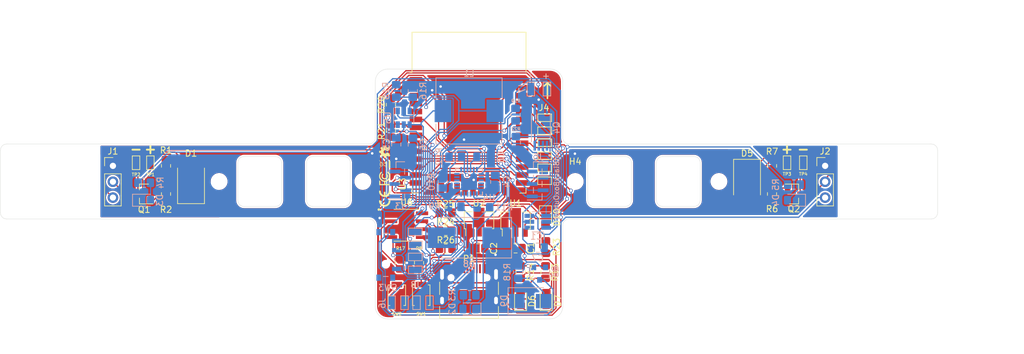
<source format=kicad_pcb>
(kicad_pcb (version 20171130) (host pcbnew "(5.1.12)-1")
  (layers (0 F.Cu signal) (31 B.Cu signal) (34 B.Paste user) (35 F.Paste user) (36 B.SilkS user) (37 F.SilkS user) (38 B.Mask user) (39 F.Mask user) (44 Edge.Cuts user))
  (net 0 "")
  (net 1 GND)
  (net 2 +5V)
  (net 3 +3V3)
  (net 4 "Net-(C4-Pad1)")
  (net 5 "Net-(C5-Pad1)")
  (net 6 /Sheet6241753E/BATT-)
  (net 7 /Sheet6241753E/BATT+)
  (net 8 "Net-(D1-Pad2)")
  (net 9 "Net-(D2-Pad2)")
  (net 10 "Net-(D4-Pad2)")
  (net 11 "Net-(D5-Pad2)")
  (net 12 "Net-(D6-Pad2)")
  (net 13 /Sheet6241753E/CHRG)
  (net 14 "Net-(D8-Pad2)")
  (net 15 /Sheet6241753E/STDBY)
  (net 16 VCC)
  (net 17 "Net-(IC1-Pad3)")
  (net 18 "Net-(IC1-Pad2)")
  (net 19 "Net-(IC1-Pad1)")
  (net 20 /SDA)
  (net 21 /SCL)
  (net 22 /EN)
  (net 23 "Net-(Q1-Pad1)")
  (net 24 "Net-(Q2-Pad1)")
  (net 25 /ADC)
  (net 26 /Sheet6241753E/BATT+_OUT)
  (net 27 /Sheet6241753E/VBUS)
  (net 28 /SERVO_A)
  (net 29 /SERVO_B)
  (net 30 /TXD)
  (net 31 /RXD)
  (net 32 /MOTOR_A)
  (net 33 /MOTOR_B)
  (net 34 /LED_A)
  (net 35 /LED_B)
  (net 36 /IO0)
  (net 37 "Net-(C3-Pad1)")
  (net 38 "Net-(C7-Pad1)")
  (net 39 "Net-(D3-Pad2)")
  (net 40 /IO2)
  (net 41 /IO4)
  (net 42 /IO5)
  (net 43 /IO12)
  (net 44 /IO27)
  (net 45 /LED_TAIL)
  (net 46 "Net-(D7-Pad2)")
  (net 47 "Net-(R15-Pad2)")
  (net 48 "Net-(R17-Pad1)")
  (net 49 "Net-(D10-Pad2)")
  (net 50 /IO25)
  (net 51 /IO23)
  (net 52 /IO26)
  (net 53 "Net-(R10-Pad1)")
  (net 54 "Net-(R12-Pad2)")
  (net 55 "Net-(J8-Pad4)")
  (net 56 "Net-(J8-Pad3)")
  (net 57 "Net-(J8-Pad1)")
  (net 58 /LED_R)
  (net 59 /LED_G)
  (module Board:WEEE-Logo-SilkScreen (layer F.Cu) (at 145.5 74.25 90)
    (fp_text reference REF** hide)
    (fp_text value WEEE-Logo_4.2x6mm_SilkScreen hide)
  )
  (module Board:OSHW-Symbol-SilkScreen (layer F.Cu) (at 145.5 72.25 90)
    (fp_text reference REF** hide)
    (fp_text value OSHW-Symbol_6.7x6mm_SilkScreen hide)
  )
  (module Board:FCC-Logo-SilkScreen (layer F.Cu) (at 145.5 76.5 90)
    (fp_text reference REF** hide)
    (fp_text value FCC-Logo_7.3x6mm_SilkScreen hide)
  )
  (module Board:CE-Logo-SilkScreen (layer F.Cu) (at 145.5 79.75 90)
    (fp_text reference REF** hide)
    (fp_text value CE-Logo_8.5x6mm_SilkScreen hide)
  )
  (module MountingHole:MountingHole_2.2mm_M2 (layer F.Cu) (at 176 77)
    (fp_text reference H4 (at 0 -3.2) (layer F.SilkS))
    (fp_text value MountingHole)
    (pad 1 np_thru_hole circle (at 0 0) (size 2.2 2.2) (drill 2.2) (layers *.Cu *.Mask))
  )
  (module MountingHole:MountingHole_2.2mm_M2 (layer F.Cu) (at 142 77)
    (fp_text reference H3)
    (fp_text value MountingHole)
    (pad 1 np_thru_hole circle (at 0 0) (size 2.2 2.2) (drill 2.2) (layers *.Cu *.Mask))
  )
  (module MountingHole:MountingHole_2.2mm_M2 (layer F.Cu) (at 199 77)
    (fp_text reference H2)
    (fp_text value MountingHole)
    (pad 1 np_thru_hole circle (at 0 0) (size 2.2 2.2) (drill 2.2) (layers *.Cu *.Mask))
  )
  (module MountingHole:MountingHole_2.2mm_M2 (layer F.Cu) (at 119 77)
    (fp_text reference H1)
    (fp_text value MountingHole)
    (pad 1 np_thru_hole circle (at 0 0) (size 2.2 2.2) (drill 2.2) (layers *.Cu *.Mask))
  )
  (module Board:SW_SPDT_PCM12 (layer B.Cu) (at 146 88.75 90)
    (fp_text reference SW3 (at -5.25 0 180) (layer B.SilkS) (effects (justify mirror)))
    (fp_text value SW_SPST)
    (pad "" np_thru_hole circle (at -1.5 -0.33 90) (size 0.9 0.9) (drill 0.9) (layers *.Cu *.Mask))
    (pad "" np_thru_hole circle (at 1.5 -0.33 90) (size 0.9 0.9) (drill 0.9) (layers *.Cu *.Mask))
    (pad 1 smd rect (at -2.25 1.43 90) (size 0.7 1.5) (layers B.Cu B.Paste B.Mask) (net 7 /Sheet6241753E/BATT+))
    (pad 2 smd rect (at 0.75 1.43 90) (size 0.7 1.5) (layers B.Cu B.Paste B.Mask) (net 5 "Net-(C5-Pad1)"))
    (pad 3 smd rect (at 2.25 1.43 90) (size 0.7 1.5) (layers B.Cu B.Paste B.Mask))
    (pad "" smd rect (at -3.65 -1.43 90) (size 1 0.8) (layers B.Cu B.Paste B.Mask))
    (pad "" smd rect (at 3.65 -1.43 90) (size 1 0.8) (layers B.Cu B.Paste B.Mask))
    (pad "" smd rect (at 3.65 0.78 90) (size 1 0.8) (layers B.Cu B.Paste B.Mask))
    (pad "" smd rect (at -3.65 0.78 90) (size 1 0.8) (layers B.Cu B.Paste B.Mask))
  )
  (module Resistor_SMD:R_0805_2012Metric_Pad1.20x1.40mm_HandSolder (layer F.Cu) (at 155.285 87.75)
    (fp_text reference R26 (at 0 -1.375 180) (layer F.SilkS))
    (fp_text value 1k)
    (pad 2 smd roundrect (at 1 0) (size 1.2 1.4) (layers F.Cu F.Paste F.Mask) (roundrect_rratio 0.208333) (net 59 /LED_G))
    (pad 1 smd roundrect (at -1 0) (size 1.2 1.4) (layers F.Cu F.Paste F.Mask) (roundrect_rratio 0.208333) (net 56 "Net-(J8-Pad3)"))
  )
  (module Resistor_SMD:R_0805_2012Metric_Pad1.20x1.40mm_HandSolder (layer F.Cu) (at 155.25 82)
    (fp_text reference R25 (at 0 -1.425 180) (layer F.SilkS))
    (fp_text value 1k)
    (pad 2 smd roundrect (at 1 0) (size 1.2 1.4) (layers F.Cu F.Paste F.Mask) (roundrect_rratio 0.208333) (net 35 /LED_B))
    (pad 1 smd roundrect (at -1 0) (size 1.2 1.4) (layers F.Cu F.Paste F.Mask) (roundrect_rratio 0.208333) (net 55 "Net-(J8-Pad4)"))
  )
  (module Resistor_SMD:R_0805_2012Metric_Pad1.20x1.40mm_HandSolder (layer F.Cu) (at 155.285 84.9)
    (fp_text reference R24 (at -0.01 -1.425 180) (layer F.SilkS))
    (fp_text value 100R)
    (pad 2 smd roundrect (at 1 0) (size 1.2 1.4) (layers F.Cu F.Paste F.Mask) (roundrect_rratio 0.208333) (net 58 /LED_R))
    (pad 1 smd roundrect (at -1 0) (size 1.2 1.4) (layers F.Cu F.Paste F.Mask) (roundrect_rratio 0.208333) (net 57 "Net-(J8-Pad1)"))
  )
  (module Board:Wire-Pad-01x04 (layer B.Cu) (at 150.5 90.75)
    (fp_text reference J8 (at 0 2.77) (layer B.SilkS) (effects (justify mirror)))
    (fp_text value Conn_01x04)
    (pad 4 smd rect (at -0.1 -5.675 90) (size 1 2) (layers B.Cu B.Paste B.Mask) (net 55 "Net-(J8-Pad4)"))
    (pad 3 smd rect (at -0.1 -3.6 90) (size 1 2) (layers B.Cu B.Paste B.Mask) (net 56 "Net-(J8-Pad3)"))
    (pad 2 smd rect (at -0.1 -1.675 90) (size 1 2) (layers B.Cu B.Paste B.Mask) (net 1 GND))
    (pad 1 smd rect (at -0.1 0.4 90) (size 1 2) (layers B.Cu B.Paste B.Mask) (net 57 "Net-(J8-Pad1)"))
  )
  (module Resistor_SMD:R_0805_2012Metric_Pad1.20x1.40mm_HandSolder (layer F.Cu) (at 171.295 87.495 270)
    (fp_text reference R23 (at 0.005 -1.73 90) (layer F.SilkS))
    (fp_text value 1k)
    (pad 2 smd roundrect (at 1 0 270) (size 1.2 1.4) (layers F.Cu F.Paste F.Mask) (roundrect_rratio 0.208333) (net 49 "Net-(D10-Pad2)"))
    (pad 1 smd roundrect (at -1 0 270) (size 1.2 1.4) (layers F.Cu F.Paste F.Mask) (roundrect_rratio 0.208333) (net 3 +3V3))
  )
  (module LED_SMD:LED_0805_2012Metric_Pad1.15x1.40mm_HandSolder (layer F.Cu) (at 171.25 82.75 270)
    (fp_text reference D10 (at -0.025 -1.825 90) (layer F.SilkS))
    (fp_text value LED)
    (pad 2 smd roundrect (at 1.025 0 270) (size 1.15 1.4) (layers F.Cu F.Paste F.Mask) (roundrect_rratio 0.217391) (net 49 "Net-(D10-Pad2)"))
    (pad 1 smd roundrect (at -1.025 0 270) (size 1.15 1.4) (layers F.Cu F.Paste F.Mask) (roundrect_rratio 0.217391) (net 1 GND))
  )
  (module Board:Wire-Pad-01x04 (layer B.Cu) (at 147 96.5 270)
    (fp_text reference J6 (at 0 1.9 90) (layer B.SilkS) (effects (justify mirror)))
    (fp_text value Conn_01x04)
    (pad 4 smd rect (at -0.1 -5.675) (size 1 2) (layers B.Cu B.Paste B.Mask) (net 3 +3V3))
    (pad 3 smd rect (at -0.1 -3.6) (size 1 2) (layers B.Cu B.Paste B.Mask) (net 1 GND))
    (pad 2 smd rect (at -0.1 -1.675) (size 1 2) (layers B.Cu B.Paste B.Mask) (net 21 /SCL))
    (pad 1 smd rect (at -0.1 0.4) (size 1 2) (layers B.Cu B.Paste B.Mask) (net 20 /SDA))
  )
  (module Board:Wire-Pad-01x06 (layer F.Cu) (at 171 67.2)
    (fp_text reference J4 (at 0 -2) (layer F.SilkS))
    (fp_text value Conn_01x06_Female)
    (pad 2 smd rect (at 0.1 1.675 270) (size 1 2) (layers F.Cu F.Paste F.Mask) (net 30 /TXD))
    (pad 5 smd rect (at 0.1 7.6 270) (size 1 2) (layers F.Cu F.Paste F.Mask))
    (pad 6 smd rect (at 0.1 9.675 270) (size 1 2) (layers F.Cu F.Paste F.Mask) (net 1 GND))
    (pad 1 smd rect (at 0.1 -0.4 270) (size 1 2) (layers F.Cu F.Paste F.Mask))
    (pad 3 smd rect (at 0.1 3.6 270) (size 1 2) (layers F.Cu F.Paste F.Mask) (net 31 /RXD))
    (pad 4 smd rect (at 0.1 5.675 270) (size 1 2) (layers F.Cu F.Paste F.Mask) (net 3 +3V3))
  )
  (module Board:Wire-Pad-01x02 (layer B.Cu) (at 173 59.1 180)
    (fp_text reference J7 (at 5.5 -2.9 90) (layer B.SilkS) (effects (justify mirror)))
    (fp_text value Conn_01x02)
    (pad 2 smd rect (at 4.1 -3.1 180) (size 1 2) (layers B.Cu B.Paste B.Mask) (net 6 /Sheet6241753E/BATT-))
    (pad 1 smd rect (at 1.525 -3.1 180) (size 1 2) (layers B.Cu B.Paste B.Mask) (net 7 /Sheet6241753E/BATT+))
  )
  (module Connector_PinHeader_1.00mm:PinHeader_1x06_P1.00mm_Vertical_SMD_Pin1Left (layer B.Cu) (at 170 76.9)
    (fp_text reference J5 (at 0.1 -3.8) (layer B.SilkS) (effects (justify mirror)))
    (fp_text value Conn_01x06)
    (pad 6 smd rect (at 0.875 -2.5) (size 1.75 0.6) (layers B.Cu B.Paste B.Mask) (net 1 GND))
    (pad 4 smd rect (at 0.875 -0.5) (size 1.75 0.6) (layers B.Cu B.Paste B.Mask) (net 50 /IO25))
    (pad 2 smd rect (at 0.875 1.5) (size 1.75 0.6) (layers B.Cu B.Paste B.Mask) (net 44 /IO27))
    (pad 5 smd rect (at -0.875 -1.5) (size 1.75 0.6) (layers B.Cu B.Paste B.Mask) (net 51 /IO23))
    (pad 3 smd rect (at -0.875 0.5) (size 1.75 0.6) (layers B.Cu B.Paste B.Mask) (net 52 /IO26))
    (pad 1 smd rect (at -0.875 2.5) (size 1.75 0.6) (layers B.Cu B.Paste B.Mask) (net 3 +3V3))
  )
  (module Connector_PinHeader_1.00mm:PinHeader_1x06_P1.00mm_Vertical_SMD_Pin1Left (layer B.Cu) (at 148 76.9)
    (fp_text reference J3 (at 0 4.06) (layer B.SilkS) (effects (justify mirror)))
    (fp_text value Conn_01x06)
    (pad 6 smd rect (at 0.875 -2.5) (size 1.75 0.6) (layers B.Cu B.Paste B.Mask) (net 1 GND))
    (pad 4 smd rect (at 0.875 -0.5) (size 1.75 0.6) (layers B.Cu B.Paste B.Mask) (net 41 /IO4))
    (pad 2 smd rect (at 0.875 1.5) (size 1.75 0.6) (layers B.Cu B.Paste B.Mask) (net 43 /IO12))
    (pad 5 smd rect (at -0.875 -1.5) (size 1.75 0.6) (layers B.Cu B.Paste B.Mask) (net 40 /IO2))
    (pad 3 smd rect (at -0.875 0.5) (size 1.75 0.6) (layers B.Cu B.Paste B.Mask) (net 42 /IO5))
    (pad 1 smd rect (at -0.875 2.5) (size 1.75 0.6) (layers B.Cu B.Paste B.Mask) (net 3 +3V3))
  )
  (module Resistor_SMD:R_0805_2012Metric_Pad1.20x1.40mm_HandSolder (layer B.Cu) (at 159.1 95.2 180)
    (fp_text reference R3 (at 2.8 0 270) (layer B.SilkS) (effects (justify mirror)))
    (fp_text value 1k)
    (pad 2 smd roundrect (at 1 0 180) (size 1.2 1.4) (layers B.Cu B.Paste B.Mask) (roundrect_rratio 0.208333) (net 9 "Net-(D2-Pad2)"))
    (pad 1 smd roundrect (at -1 0 180) (size 1.2 1.4) (layers B.Cu B.Paste B.Mask) (roundrect_rratio 0.208333) (net 45 /LED_TAIL))
  )
  (module LED_SMD:LED_0805_2012Metric_Pad1.15x1.40mm_HandSolder (layer B.Cu) (at 159.05 97.4 180)
    (fp_text reference D2 (at 2.75 0 270) (layer B.SilkS) (effects (justify mirror)))
    (fp_text value LED)
    (pad 2 smd roundrect (at 1.025 0 180) (size 1.15 1.4) (layers B.Cu B.Paste B.Mask) (roundrect_rratio 0.217391) (net 9 "Net-(D2-Pad2)"))
    (pad 1 smd roundrect (at -1.025 0 180) (size 1.15 1.4) (layers B.Cu B.Paste B.Mask) (roundrect_rratio 0.217391) (net 1 GND))
  )
  (module RF_Module:ESP32-WROOM-32 (layer F.Cu) (at 159 68.975)
    (fp_text reference U3 (at -10.61 8.43 90) (layer F.SilkS))
    (fp_text value ESP32-WROOM-32)
    (pad 38 smd rect (at 8.5 -8.255) (size 2 0.9) (layers F.Cu F.Paste F.Mask) (net 1 GND))
    (pad 37 smd rect (at 8.5 -6.985) (size 2 0.9) (layers F.Cu F.Paste F.Mask) (net 51 /IO23))
    (pad 36 smd rect (at 8.5 -5.715) (size 2 0.9) (layers F.Cu F.Paste F.Mask) (net 21 /SCL))
    (pad 35 smd rect (at 8.5 -4.445) (size 2 0.9) (layers F.Cu F.Paste F.Mask) (net 30 /TXD))
    (pad 34 smd rect (at 8.5 -3.175) (size 2 0.9) (layers F.Cu F.Paste F.Mask) (net 31 /RXD))
    (pad 33 smd rect (at 8.5 -1.905) (size 2 0.9) (layers F.Cu F.Paste F.Mask) (net 20 /SDA))
    (pad 32 smd rect (at 8.5 -0.635) (size 2 0.9) (layers F.Cu F.Paste F.Mask))
    (pad 31 smd rect (at 8.5 0.635) (size 2 0.9) (layers F.Cu F.Paste F.Mask) (net 45 /LED_TAIL))
    (pad 30 smd rect (at 8.5 1.905) (size 2 0.9) (layers F.Cu F.Paste F.Mask) (net 35 /LED_B))
    (pad 29 smd rect (at 8.5 3.175) (size 2 0.9) (layers F.Cu F.Paste F.Mask) (net 42 /IO5))
    (pad 28 smd rect (at 8.5 4.445) (size 2 0.9) (layers F.Cu F.Paste F.Mask) (net 34 /LED_A))
    (pad 27 smd rect (at 8.5 5.715) (size 2 0.9) (layers F.Cu F.Paste F.Mask) (net 33 /MOTOR_B))
    (pad 26 smd rect (at 8.5 6.985) (size 2 0.9) (layers F.Cu F.Paste F.Mask) (net 41 /IO4))
    (pad 25 smd rect (at 8.5 8.255) (size 2 0.9) (layers F.Cu F.Paste F.Mask) (net 36 /IO0))
    (pad 24 smd rect (at 5.715 9.255 90) (size 2 0.9) (layers F.Cu F.Paste F.Mask) (net 40 /IO2))
    (pad 23 smd rect (at 4.445 9.255 90) (size 2 0.9) (layers F.Cu F.Paste F.Mask) (net 32 /MOTOR_A))
    (pad 22 smd rect (at 3.175 9.255 90) (size 2 0.9) (layers F.Cu F.Paste F.Mask))
    (pad 21 smd rect (at 1.905 9.255 90) (size 2 0.9) (layers F.Cu F.Paste F.Mask))
    (pad 20 smd rect (at 0.635 9.255 90) (size 2 0.9) (layers F.Cu F.Paste F.Mask))
    (pad 19 smd rect (at -0.635 9.255 90) (size 2 0.9) (layers F.Cu F.Paste F.Mask))
    (pad 18 smd rect (at -1.905 9.255 90) (size 2 0.9) (layers F.Cu F.Paste F.Mask))
    (pad 17 smd rect (at -3.175 9.255 90) (size 2 0.9) (layers F.Cu F.Paste F.Mask))
    (pad 16 smd rect (at -4.445 9.255 90) (size 2 0.9) (layers F.Cu F.Paste F.Mask) (net 28 /SERVO_A))
    (pad 15 smd rect (at -5.715 9.255 90) (size 2 0.9) (layers F.Cu F.Paste F.Mask) (net 1 GND))
    (pad 14 smd rect (at -8.5 8.255) (size 2 0.9) (layers F.Cu F.Paste F.Mask) (net 43 /IO12))
    (pad 13 smd rect (at -8.5 6.985) (size 2 0.9) (layers F.Cu F.Paste F.Mask) (net 29 /SERVO_B))
    (pad 12 smd rect (at -8.5 5.715) (size 2 0.9) (layers F.Cu F.Paste F.Mask) (net 44 /IO27))
    (pad 11 smd rect (at -8.5 4.445) (size 2 0.9) (layers F.Cu F.Paste F.Mask) (net 52 /IO26))
    (pad 10 smd rect (at -8.5 3.175) (size 2 0.9) (layers F.Cu F.Paste F.Mask) (net 50 /IO25))
    (pad 9 smd rect (at -8.5 1.905) (size 2 0.9) (layers F.Cu F.Paste F.Mask) (net 59 /LED_G))
    (pad 8 smd rect (at -8.5 0.635) (size 2 0.9) (layers F.Cu F.Paste F.Mask) (net 58 /LED_R))
    (pad 7 smd rect (at -8.5 -0.635) (size 2 0.9) (layers F.Cu F.Paste F.Mask) (net 25 /ADC))
    (pad 6 smd rect (at -8.5 -1.905) (size 2 0.9) (layers F.Cu F.Paste F.Mask) (net 35 /LED_B))
    (pad 5 smd rect (at -8.5 -3.175) (size 2 0.9) (layers F.Cu F.Paste F.Mask))
    (pad 4 smd rect (at -8.5 -4.445) (size 2 0.9) (layers F.Cu F.Paste F.Mask))
    (pad 3 smd rect (at -8.5 -5.715) (size 2 0.9) (layers F.Cu F.Paste F.Mask) (net 22 /EN))
    (pad 2 smd rect (at -8.5 -6.985) (size 2 0.9) (layers F.Cu F.Paste F.Mask) (net 3 +3V3))
    (pad 1 smd rect (at -8.5 -8.255) (size 2 0.9) (layers F.Cu F.Paste F.Mask) (net 1 GND))
    (pad 39 smd rect (at -1 -0.755) (size 5 5) (layers F.Cu F.Paste F.Mask) (net 1 GND))
  )
  (module Package_TO_SOT_SMD:SOT-89-3 (layer F.Cu) (at 160.6 83.5 90)
    (fp_text reference U2 (at 3.025 0 180) (layer F.SilkS))
    (fp_text value HT7833-1-SOT89)
    (pad 2 smd custom (at -1.5625 0 90) (size 1.475 0.9) (layers F.Cu F.Paste F.Mask) (net 2 +5V) (options (clearance outline) (anchor rect)) (primitives (gr_poly (pts (xy 0.7375 -0.8665) (xy 3.8625 -0.8665) (xy 3.8625 0.8665) (xy 0.7375 0.8665)) (width 0))))
    (pad 3 smd rect (at -1.65 1.5 90) (size 1.3 0.9) (layers F.Cu F.Paste F.Mask) (net 3 +3V3))
    (pad 1 smd rect (at -1.65 -1.5 90) (size 1.3 0.9) (layers F.Cu F.Paste F.Mask) (net 1 GND))
  )
  (module Connector_USB:USB_C_Receptacle_HRO_TYPE-C-31-M-12 (layer F.Cu) (at 159 95)
    (fp_text reference P1 (at 0 -5.645) (layer F.SilkS))
    (fp_text value USB_C_Plug_USB2.0)
    (pad B1 smd rect (at 3.25 -4.045) (size 0.6 1.45) (layers F.Cu F.Paste F.Mask) (net 1 GND))
    (pad A9 smd rect (at 2.45 -4.045) (size 0.6 1.45) (layers F.Cu F.Paste F.Mask) (net 27 /Sheet6241753E/VBUS))
    (pad B9 smd rect (at -2.45 -4.045) (size 0.6 1.45) (layers F.Cu F.Paste F.Mask) (net 27 /Sheet6241753E/VBUS))
    (pad B12 smd rect (at -3.25 -4.045) (size 0.6 1.45) (layers F.Cu F.Paste F.Mask) (net 1 GND))
    (pad A1 smd rect (at -3.25 -4.045) (size 0.6 1.45) (layers F.Cu F.Paste F.Mask) (net 1 GND))
    (pad A4 smd rect (at -2.45 -4.045) (size 0.6 1.45) (layers F.Cu F.Paste F.Mask) (net 27 /Sheet6241753E/VBUS))
    (pad B4 smd rect (at 2.45 -4.045) (size 0.6 1.45) (layers F.Cu F.Paste F.Mask) (net 27 /Sheet6241753E/VBUS))
    (pad A12 smd rect (at 3.25 -4.045) (size 0.6 1.45) (layers F.Cu F.Paste F.Mask) (net 1 GND))
    (pad B8 smd rect (at -1.75 -4.045) (size 0.3 1.45) (layers F.Cu F.Paste F.Mask))
    (pad A5 smd rect (at -1.25 -4.045) (size 0.3 1.45) (layers F.Cu F.Paste F.Mask))
    (pad B7 smd rect (at -0.75 -4.045) (size 0.3 1.45) (layers F.Cu F.Paste F.Mask))
    (pad A7 smd rect (at 0.25 -4.045) (size 0.3 1.45) (layers F.Cu F.Paste F.Mask))
    (pad B6 smd rect (at 0.75 -4.045) (size 0.3 1.45) (layers F.Cu F.Paste F.Mask))
    (pad A8 smd rect (at 1.25 -4.045) (size 0.3 1.45) (layers F.Cu F.Paste F.Mask))
    (pad B5 smd rect (at 1.75 -4.045) (size 0.3 1.45) (layers F.Cu F.Paste F.Mask))
    (pad A6 smd rect (at -0.25 -4.045) (size 0.3 1.45) (layers F.Cu F.Paste F.Mask))
    (pad S1 thru_hole oval (at 4.32 -3.13) (size 1 2.1) (drill oval 0.6 1.7) (layers *.Cu *.Mask) (net 1 GND))
    (pad S1 thru_hole oval (at -4.32 -3.13) (size 1 2.1) (drill oval 0.6 1.7) (layers *.Cu *.Mask) (net 1 GND))
    (pad "" np_thru_hole circle (at -2.89 -2.6) (size 0.65 0.65) (drill 0.65) (layers *.Cu *.Mask))
    (pad S1 thru_hole oval (at -4.32 1.05) (size 1 1.6) (drill oval 0.6 1.2) (layers *.Cu *.Mask) (net 1 GND))
    (pad "" np_thru_hole circle (at 2.89 -2.6) (size 0.65 0.65) (drill 0.65) (layers *.Cu *.Mask))
    (pad S1 thru_hole oval (at 4.32 1.05) (size 1 1.6) (drill oval 0.6 1.2) (layers *.Cu *.Mask) (net 1 GND))
  )
  (module Capacitor_SMD:C_0805_2012Metric_Pad1.18x1.45mm_HandSolder (layer F.Cu) (at 160.5 87.7 180)
    (fp_text reference C2 (at -2.47 0 90) (layer F.SilkS))
    (fp_text value 10uF)
    (pad 2 smd roundrect (at 1.0375 0 180) (size 1.175 1.45) (layers F.Cu F.Paste F.Mask) (roundrect_rratio 0.212766) (net 1 GND))
    (pad 1 smd roundrect (at -1.0375 0 180) (size 1.175 1.45) (layers F.Cu F.Paste F.Mask) (roundrect_rratio 0.212766) (net 3 +3V3))
  )
  (module LED_SMD:LED_0805_2012Metric_Pad1.15x1.40mm_HandSolder (layer B.Cu) (at 211 80 180)
    (fp_text reference D4 (at 2.9 0 90) (layer B.SilkS) (effects (justify mirror)))
    (fp_text value LED)
    (pad 2 smd roundrect (at 1.025 0 180) (size 1.15 1.4) (layers B.Cu B.Paste B.Mask) (roundrect_rratio 0.217391) (net 10 "Net-(D4-Pad2)"))
    (pad 1 smd roundrect (at -1.025 0 180) (size 1.15 1.4) (layers B.Cu B.Paste B.Mask) (roundrect_rratio 0.217391) (net 1 GND))
  )
  (module LED_SMD:LED_0805_2012Metric_Pad1.15x1.40mm_HandSolder (layer B.Cu) (at 107 80)
    (fp_text reference D3 (at 2.5 0 90) (layer B.SilkS) (effects (justify mirror)))
    (fp_text value LED)
    (pad 2 smd roundrect (at 1.025 0) (size 1.15 1.4) (layers B.Cu B.Paste B.Mask) (roundrect_rratio 0.217391) (net 39 "Net-(D3-Pad2)"))
    (pad 1 smd roundrect (at -1.025 0) (size 1.15 1.4) (layers B.Cu B.Paste B.Mask) (roundrect_rratio 0.217391) (net 1 GND))
  )
  (module Resistor_SMD:R_0805_2012Metric_Pad1.20x1.40mm_HandSolder (layer F.Cu) (at 207.5 79 90)
    (fp_text reference R6 (at -2.4 0 180) (layer F.SilkS))
    (fp_text value 100R)
    (pad 2 smd roundrect (at 1 0 90) (size 1.2 1.4) (layers F.Cu F.Paste F.Mask) (roundrect_rratio 0.208333) (net 33 /MOTOR_B))
    (pad 1 smd roundrect (at -1 0 90) (size 1.2 1.4) (layers F.Cu F.Paste F.Mask) (roundrect_rratio 0.208333) (net 24 "Net-(Q2-Pad1)"))
  )
  (module Resistor_SMD:R_0805_2012Metric_Pad1.20x1.40mm_HandSolder (layer F.Cu) (at 110.5 74.5 270)
    (fp_text reference R1 (at -2.5 0 180) (layer F.SilkS))
    (fp_text value 100R)
    (pad 2 smd roundrect (at 1 0 270) (size 1.2 1.4) (layers F.Cu F.Paste F.Mask) (roundrect_rratio 0.208333) (net 32 /MOTOR_A))
    (pad 1 smd roundrect (at -1 0 270) (size 1.2 1.4) (layers F.Cu F.Paste F.Mask) (roundrect_rratio 0.208333) (net 23 "Net-(Q1-Pad1)"))
  )
  (module Board:SOP127P600X175-9N (layer F.Cu) (at 149 84)
    (fp_text reference U6 (at 0 -3.7 180) (layer F.SilkS))
    (fp_text value TP4056)
    (pad 9 smd rect (at 0 0) (size 2.413 3.302) (layers F.Cu F.Mask) (net 1 GND))
    (pad 8 smd roundrect (at 2.475 -1.905) (size 1.97 0.6) (layers F.Cu F.Paste F.Mask) (roundrect_rratio 0.07000000000000001) (net 27 /Sheet6241753E/VBUS))
    (pad 7 smd roundrect (at 2.475 -0.635) (size 1.97 0.6) (layers F.Cu F.Paste F.Mask) (roundrect_rratio 0.07000000000000001) (net 13 /Sheet6241753E/CHRG))
    (pad 6 smd roundrect (at 2.475 0.635) (size 1.97 0.6) (layers F.Cu F.Paste F.Mask) (roundrect_rratio 0.07000000000000001) (net 15 /Sheet6241753E/STDBY))
    (pad 5 smd roundrect (at 2.475 1.905) (size 1.97 0.6) (layers F.Cu F.Paste F.Mask) (roundrect_rratio 0.07000000000000001) (net 7 /Sheet6241753E/BATT+))
    (pad 4 smd roundrect (at -2.475 1.905) (size 1.97 0.6) (layers F.Cu F.Paste F.Mask) (roundrect_rratio 0.07000000000000001) (net 27 /Sheet6241753E/VBUS))
    (pad 3 smd roundrect (at -2.475 0.635) (size 1.97 0.6) (layers F.Cu F.Paste F.Mask) (roundrect_rratio 0.07000000000000001) (net 1 GND))
    (pad 2 smd roundrect (at -2.475 -0.635) (size 1.97 0.6) (layers F.Cu F.Paste F.Mask) (roundrect_rratio 0.07000000000000001) (net 48 "Net-(R17-Pad1)"))
    (pad 1 smd roundrect (at -2.475 -1.905) (size 1.97 0.6) (layers F.Cu F.Paste F.Mask) (roundrect_rratio 0.07000000000000001) (net 1 GND))
  )
  (module Package_TO_SOT_SMD:SOT-23-6 (layer B.Cu) (at 148.55 66.8 270)
    (fp_text reference U5 (at 0 2.55 270) (layer B.SilkS) (effects (justify mirror)))
    (fp_text value MT3608)
    (pad 5 smd rect (at 1.1 0 270) (size 1.06 0.65) (layers B.Cu B.Paste B.Mask) (net 5 "Net-(C5-Pad1)"))
    (pad 6 smd rect (at 1.1 0.95 270) (size 1.06 0.65) (layers B.Cu B.Paste B.Mask))
    (pad 4 smd rect (at 1.1 -0.95 270) (size 1.06 0.65) (layers B.Cu B.Paste B.Mask) (net 5 "Net-(C5-Pad1)"))
    (pad 3 smd rect (at -1.1 -0.95 270) (size 1.06 0.65) (layers B.Cu B.Paste B.Mask) (net 47 "Net-(R15-Pad2)"))
    (pad 2 smd rect (at -1.1 0 270) (size 1.06 0.65) (layers B.Cu B.Paste B.Mask) (net 1 GND))
    (pad 1 smd rect (at -1.1 0.95 270) (size 1.06 0.65) (layers B.Cu B.Paste B.Mask) (net 14 "Net-(D8-Pad2)"))
  )
  (module Sensor_Motion:InvenSense_QFN-24_4x4mm_P0.5mm (layer B.Cu) (at 159 77.05)
    (fp_text reference U4 (at 3.2 2.55) (layer B.SilkS) (effects (justify mirror)))
    (fp_text value MPU-6050)
    (pad 24 smd roundrect (at -1.25 1.95 270) (size 0.85 0.3) (layers B.Cu B.Paste B.Mask) (net 20 /SDA))
    (pad 23 smd roundrect (at -0.75 1.95 270) (size 0.85 0.3) (layers B.Cu B.Paste B.Mask) (net 21 /SCL))
    (pad 22 smd roundrect (at -0.25 1.95 270) (size 0.85 0.3) (layers B.Cu B.Paste B.Mask))
    (pad 21 smd roundrect (at 0.25 1.95 270) (size 0.85 0.3) (layers B.Cu B.Paste B.Mask))
    (pad 20 smd roundrect (at 0.75 1.95 270) (size 0.85 0.3) (layers B.Cu B.Paste B.Mask) (net 4 "Net-(C4-Pad1)"))
    (pad 19 smd roundrect (at 1.25 1.95 270) (size 0.85 0.3) (layers B.Cu B.Paste B.Mask))
    (pad 18 smd roundrect (at 1.95 1.25) (size 0.85 0.3) (layers B.Cu B.Paste B.Mask) (net 1 GND))
    (pad 17 smd roundrect (at 1.95 0.75) (size 0.85 0.3) (layers B.Cu B.Paste B.Mask))
    (pad 16 smd roundrect (at 1.95 0.25) (size 0.85 0.3) (layers B.Cu B.Paste B.Mask))
    (pad 15 smd roundrect (at 1.95 -0.25) (size 0.85 0.3) (layers B.Cu B.Paste B.Mask))
    (pad 14 smd roundrect (at 1.95 -0.75) (size 0.85 0.3) (layers B.Cu B.Paste B.Mask))
    (pad 13 smd roundrect (at 1.95 -1.25) (size 0.85 0.3) (layers B.Cu B.Paste B.Mask) (net 3 +3V3))
    (pad 12 smd roundrect (at 1.25 -1.95 270) (size 0.85 0.3) (layers B.Cu B.Paste B.Mask) (net 54 "Net-(R12-Pad2)"))
    (pad 11 smd roundrect (at 0.75 -1.95 270) (size 0.85 0.3) (layers B.Cu B.Paste B.Mask) (net 1 GND))
    (pad 10 smd roundrect (at 0.25 -1.95 270) (size 0.85 0.3) (layers B.Cu B.Paste B.Mask) (net 37 "Net-(C3-Pad1)"))
    (pad 9 smd roundrect (at -0.25 -1.95 270) (size 0.85 0.3) (layers B.Cu B.Paste B.Mask) (net 53 "Net-(R10-Pad1)"))
    (pad 8 smd roundrect (at -0.75 -1.95 270) (size 0.85 0.3) (layers B.Cu B.Paste B.Mask) (net 3 +3V3))
    (pad 7 smd roundrect (at -1.25 -1.95 270) (size 0.85 0.3) (layers B.Cu B.Paste B.Mask))
    (pad 6 smd roundrect (at -1.95 -1.25) (size 0.85 0.3) (layers B.Cu B.Paste B.Mask))
    (pad 5 smd roundrect (at -1.95 -0.75) (size 0.85 0.3) (layers B.Cu B.Paste B.Mask))
    (pad 4 smd roundrect (at -1.95 -0.25) (size 0.85 0.3) (layers B.Cu B.Paste B.Mask))
    (pad 3 smd roundrect (at -1.95 0.25) (size 0.85 0.3) (layers B.Cu B.Paste B.Mask))
    (pad 2 smd roundrect (at -1.95 0.75) (size 0.85 0.3) (layers B.Cu B.Paste B.Mask))
    (pad 1 smd roundrect (at -1.95 1.25) (size 0.85 0.3) (layers B.Cu B.Paste B.Mask) (net 1 GND))
  )
  (module Package_TO_SOT_SMD:SOT-89-3 (layer F.Cu) (at 166.45 83.55 90)
    (fp_text reference U1 (at 3.075 0 180) (layer F.SilkS))
    (fp_text value HT7850-1-SOT89)
    (pad 2 smd custom (at -1.5625 0 90) (size 1.475 0.9) (layers F.Cu F.Paste F.Mask) (net 16 VCC) (options (clearance outline) (anchor rect)) (primitives (gr_poly (pts (xy 0.7375 -0.8665) (xy 3.8625 -0.8665) (xy 3.8625 0.8665) (xy 0.7375 0.8665)) (width 0))))
    (pad 3 smd rect (at -1.65 1.5 90) (size 1.3 0.9) (layers F.Cu F.Paste F.Mask) (net 2 +5V))
    (pad 1 smd rect (at -1.65 -1.5 90) (size 1.3 0.9) (layers F.Cu F.Paste F.Mask) (net 1 GND))
  )
  (module Board:Wire-Pad (layer F.Cu) (at 212.5 77 180)
    (fp_text reference TP4 (at 0 1.2) (layer F.SilkS) (effects (font (size 0.5 0.5) (thickness 0.1))))
    (fp_text value B-)
    (pad 1 smd rect (at 0 3 180) (size 1 2) (layers F.Cu F.Paste F.Mask) (net 11 "Net-(D5-Pad2)"))
  )
  (module Board:Wire-Pad (layer F.Cu) (at 209.9 77 180)
    (fp_text reference TP3 (at 0 1.2) (layer F.SilkS) (effects (font (size 0.5 0.5) (thickness 0.1))))
    (fp_text value B+)
    (pad 1 smd rect (at 0 3 180) (size 1 2) (layers F.Cu F.Paste F.Mask) (net 2 +5V))
  )
  (module Board:Wire-Pad (layer F.Cu) (at 105.7 71)
    (fp_text reference TP2 (at 0 4.9) (layer F.SilkS) (effects (font (size 0.5 0.5) (thickness 0.1))))
    (fp_text value A-)
    (pad 1 smd rect (at 0 3) (size 1 2) (layers F.Cu F.Paste F.Mask) (net 8 "Net-(D1-Pad2)"))
  )
  (module Board:Wire-Pad (layer F.Cu) (at 108 71)
    (fp_text reference TP1 (at 0 4.9) (layer F.SilkS) (effects (font (size 0.5 0.5) (thickness 0.1))))
    (fp_text value A+)
    (pad 1 smd rect (at 0 3) (size 1 2) (layers F.Cu F.Paste F.Mask) (net 2 +5V))
  )
  (module Button_Switch_SMD:SW_SPST_B3U-1000P (layer F.Cu) (at 147.45 95.2 270)
    (fp_text reference SW2 (at 3 0 180) (layer F.SilkS) (effects (font (size 0.5 0.5) (thickness 0.1))))
    (fp_text value SW_Push)
    (pad 2 smd rect (at 1.7 0 270) (size 0.9 1.7) (layers F.Cu F.Paste F.Mask) (net 1 GND))
    (pad 1 smd rect (at -1.7 0 270) (size 0.9 1.7) (layers F.Cu F.Paste F.Mask) (net 36 /IO0))
  )
  (module Button_Switch_SMD:SW_SPST_B3U-1000P (layer F.Cu) (at 151.35 95.2 270)
    (fp_text reference SW1 (at 3 0 180) (layer F.SilkS) (effects (font (size 0.5 0.5) (thickness 0.1))))
    (fp_text value SW_Push)
    (pad 2 smd rect (at 1.7 0 270) (size 0.9 1.7) (layers F.Cu F.Paste F.Mask) (net 1 GND))
    (pad 1 smd rect (at -1.7 0 270) (size 0.9 1.7) (layers F.Cu F.Paste F.Mask) (net 22 /EN))
  )
  (module Resistor_SMD:R_0805_2012Metric_Pad1.20x1.40mm_HandSolder (layer F.Cu) (at 146.5 68.9 270)
    (fp_text reference R21 (at 0 1.5 270) (layer F.SilkS))
    (fp_text value 10k)
    (pad 2 smd roundrect (at 1 0 270) (size 1.2 1.4) (layers F.Cu F.Paste F.Mask) (roundrect_rratio 0.208333) (net 6 /Sheet6241753E/BATT-))
    (pad 1 smd roundrect (at -1 0 270) (size 1.2 1.4) (layers F.Cu F.Paste F.Mask) (roundrect_rratio 0.208333) (net 25 /ADC))
  )
  (module Resistor_SMD:R_0805_2012Metric_Pad1.20x1.40mm_HandSolder (layer F.Cu) (at 146.5 64.7 270)
    (fp_text reference R20 (at 0 1.5 270) (layer F.SilkS))
    (fp_text value 10k)
    (pad 2 smd roundrect (at 1 0 270) (size 1.2 1.4) (layers F.Cu F.Paste F.Mask) (roundrect_rratio 0.208333) (net 25 /ADC))
    (pad 1 smd roundrect (at -1 0 270) (size 1.2 1.4) (layers F.Cu F.Paste F.Mask) (roundrect_rratio 0.208333) (net 7 /Sheet6241753E/BATT+))
  )
  (module Resistor_SMD:R_0805_2012Metric_Pad1.20x1.40mm_HandSolder (layer B.Cu) (at 166.5 70.8 90)
    (fp_text reference R22 (at 2.2 0 180) (layer B.SilkS) (effects (font (size 0.5 0.5) (thickness 0.1)) (justify mirror)))
    (fp_text value 1k)
    (pad 2 smd roundrect (at 1 0 90) (size 1.2 1.4) (layers B.Cu B.Paste B.Mask) (roundrect_rratio 0.208333) (net 18 "Net-(IC1-Pad2)"))
    (pad 1 smd roundrect (at -1 0 90) (size 1.2 1.4) (layers B.Cu B.Paste B.Mask) (roundrect_rratio 0.208333) (net 1 GND))
  )
  (module Resistor_SMD:R_0805_2012Metric_Pad1.20x1.40mm_HandSolder (layer F.Cu) (at 148 90 90)
    (fp_text reference R17 (at 2.3 0.05 180) (layer F.SilkS) (effects (font (size 0.5 0.5) (thickness 0.1))))
    (fp_text value 1.2k)
    (pad 2 smd roundrect (at 1 0 90) (size 1.2 1.4) (layers F.Cu F.Paste F.Mask) (roundrect_rratio 0.208333) (net 1 GND))
    (pad 1 smd roundrect (at -1 0 90) (size 1.2 1.4) (layers F.Cu F.Paste F.Mask) (roundrect_rratio 0.208333) (net 48 "Net-(R17-Pad1)"))
  )
  (module Resistor_SMD:R_0805_2012Metric_Pad1.20x1.40mm_HandSolder (layer B.Cu) (at 166.45 66.3 270)
    (fp_text reference R19 (at -2.2 -0.05) (layer B.SilkS) (effects (font (size 0.5 0.5) (thickness 0.1)) (justify mirror)))
    (fp_text value 100R)
    (pad 2 smd roundrect (at 1 0 270) (size 1.2 1.4) (layers B.Cu B.Paste B.Mask) (roundrect_rratio 0.208333) (net 38 "Net-(C7-Pad1)"))
    (pad 1 smd roundrect (at -1 0 270) (size 1.2 1.4) (layers B.Cu B.Paste B.Mask) (roundrect_rratio 0.208333) (net 7 /Sheet6241753E/BATT+))
  )
  (module Resistor_SMD:R_0805_2012Metric_Pad1.20x1.40mm_HandSolder (layer B.Cu) (at 150 62.5 90)
    (fp_text reference R16 (at 0 1.65 270) (layer B.SilkS) (effects (justify mirror)))
    (fp_text value 1k)
    (pad 2 smd roundrect (at 1 0 90) (size 1.2 1.4) (layers B.Cu B.Paste B.Mask) (roundrect_rratio 0.208333) (net 1 GND))
    (pad 1 smd roundrect (at -1 0 90) (size 1.2 1.4) (layers B.Cu B.Paste B.Mask) (roundrect_rratio 0.208333) (net 47 "Net-(R15-Pad2)"))
  )
  (module Resistor_SMD:R_0805_2012Metric_Pad1.20x1.40mm_HandSolder (layer B.Cu) (at 147.35 62.5 270)
    (fp_text reference R15 (at 0 1.65 270) (layer B.SilkS) (effects (justify mirror)))
    (fp_text value 7.5k)
    (pad 2 smd roundrect (at 1 0 270) (size 1.2 1.4) (layers B.Cu B.Paste B.Mask) (roundrect_rratio 0.208333) (net 47 "Net-(R15-Pad2)"))
    (pad 1 smd roundrect (at -1 0 270) (size 1.2 1.4) (layers B.Cu B.Paste B.Mask) (roundrect_rratio 0.208333) (net 26 /Sheet6241753E/BATT+_OUT))
  )
  (module Resistor_SMD:R_0805_2012Metric_Pad1.20x1.40mm_HandSolder (layer F.Cu) (at 167.25 91.5 270)
    (fp_text reference R14 (at -0.025 -1.6 90) (layer F.SilkS))
    (fp_text value 1k)
    (pad 2 smd roundrect (at 1 0 270) (size 1.2 1.4) (layers F.Cu F.Paste F.Mask) (roundrect_rratio 0.208333) (net 46 "Net-(D7-Pad2)"))
    (pad 1 smd roundrect (at -1 0 270) (size 1.2 1.4) (layers F.Cu F.Paste F.Mask) (roundrect_rratio 0.208333) (net 27 /Sheet6241753E/VBUS))
  )
  (module Resistor_SMD:R_0805_2012Metric_Pad1.20x1.40mm_HandSolder (layer B.Cu) (at 166.85 91.5 90)
    (fp_text reference R18 (at 0 -1.75 90) (layer B.SilkS) (effects (justify mirror)))
    (fp_text value 10k)
    (pad 2 smd roundrect (at 1 0 90) (size 1.2 1.4) (layers B.Cu B.Paste B.Mask) (roundrect_rratio 0.208333) (net 1 GND))
    (pad 1 smd roundrect (at -1 0 90) (size 1.2 1.4) (layers B.Cu B.Paste B.Mask) (roundrect_rratio 0.208333) (net 27 /Sheet6241753E/VBUS))
  )
  (module Resistor_SMD:R_0805_2012Metric_Pad1.20x1.40mm_HandSolder (layer F.Cu) (at 171.25 91.5 270)
    (fp_text reference R13 (at 0.05 -1.5 90) (layer F.SilkS))
    (fp_text value 1k)
    (pad 2 smd roundrect (at 1 0 270) (size 1.2 1.4) (layers F.Cu F.Paste F.Mask) (roundrect_rratio 0.208333) (net 12 "Net-(D6-Pad2)"))
    (pad 1 smd roundrect (at -1 0 270) (size 1.2 1.4) (layers F.Cu F.Paste F.Mask) (roundrect_rratio 0.208333) (net 27 /Sheet6241753E/VBUS))
  )
  (module Resistor_SMD:R_0805_2012Metric_Pad1.20x1.40mm_HandSolder (layer B.Cu) (at 156.8 73.05 180)
    (fp_text reference R12 (at 2.6 0.05 90) (layer B.SilkS) (effects (justify mirror)))
    (fp_text value 10k)
    (pad 2 smd roundrect (at 1 0 180) (size 1.2 1.4) (layers B.Cu B.Paste B.Mask) (roundrect_rratio 0.208333) (net 54 "Net-(R12-Pad2)"))
    (pad 1 smd roundrect (at -1 0 180) (size 1.2 1.4) (layers B.Cu B.Paste B.Mask) (roundrect_rratio 0.208333) (net 3 +3V3))
  )
  (module Resistor_SMD:R_0805_2012Metric_Pad1.20x1.40mm_HandSolder (layer B.Cu) (at 161.3 81.15 180)
    (fp_text reference R11 (at -3.3 0.05) (layer B.SilkS) (effects (justify mirror)))
    (fp_text value 10k)
    (pad 2 smd roundrect (at 1 0 180) (size 1.2 1.4) (layers B.Cu B.Paste B.Mask) (roundrect_rratio 0.208333) (net 21 /SCL))
    (pad 1 smd roundrect (at -1 0 180) (size 1.2 1.4) (layers B.Cu B.Paste B.Mask) (roundrect_rratio 0.208333) (net 3 +3V3))
  )
  (module Resistor_SMD:R_0805_2012Metric_Pad1.20x1.40mm_HandSolder (layer B.Cu) (at 154.8 77.05 90)
    (fp_text reference R10 (at 0 -1.8 90) (layer B.SilkS) (effects (justify mirror)))
    (fp_text value 4.7k)
    (pad 2 smd roundrect (at 1 0 90) (size 1.2 1.4) (layers B.Cu B.Paste B.Mask) (roundrect_rratio 0.208333) (net 1 GND))
    (pad 1 smd roundrect (at -1 0 90) (size 1.2 1.4) (layers B.Cu B.Paste B.Mask) (roundrect_rratio 0.208333) (net 53 "Net-(R10-Pad1)"))
  )
  (module Resistor_SMD:R_0805_2012Metric_Pad1.20x1.40mm_HandSolder (layer B.Cu) (at 156.7 81.05 180)
    (fp_text reference R9 (at 3.2 0.05 180) (layer B.SilkS) (effects (justify mirror)))
    (fp_text value 10k)
    (pad 2 smd roundrect (at 1 0 180) (size 1.2 1.4) (layers B.Cu B.Paste B.Mask) (roundrect_rratio 0.208333) (net 20 /SDA))
    (pad 1 smd roundrect (at -1 0 180) (size 1.2 1.4) (layers B.Cu B.Paste B.Mask) (roundrect_rratio 0.208333) (net 3 +3V3))
  )
  (module Resistor_SMD:R_0805_2012Metric_Pad1.20x1.40mm_HandSolder (layer F.Cu) (at 151 90 270)
    (fp_text reference R8 (at -2.29 0.01 180) (layer F.SilkS) (effects (font (size 0.5 0.5) (thickness 0.1))))
    (fp_text value 10k)
    (pad 2 smd roundrect (at 1 0 270) (size 1.2 1.4) (layers F.Cu F.Paste F.Mask) (roundrect_rratio 0.208333) (net 22 /EN))
    (pad 1 smd roundrect (at -1 0 270) (size 1.2 1.4) (layers F.Cu F.Paste F.Mask) (roundrect_rratio 0.208333) (net 3 +3V3))
  )
  (module Resistor_SMD:R_0805_2012Metric_Pad1.20x1.40mm_HandSolder (layer B.Cu) (at 211 77.5)
    (fp_text reference R5 (at -2.9 0 90) (layer B.SilkS) (effects (justify mirror)))
    (fp_text value 1k)
    (pad 2 smd roundrect (at 1 0) (size 1.2 1.4) (layers B.Cu B.Paste B.Mask) (roundrect_rratio 0.208333) (net 10 "Net-(D4-Pad2)"))
    (pad 1 smd roundrect (at -1 0) (size 1.2 1.4) (layers B.Cu B.Paste B.Mask) (roundrect_rratio 0.208333) (net 35 /LED_B))
  )
  (module Resistor_SMD:R_0805_2012Metric_Pad1.20x1.40mm_HandSolder (layer B.Cu) (at 107 77.2)
    (fp_text reference R4 (at 2.6 0 90) (layer B.SilkS) (effects (justify mirror)))
    (fp_text value 1k)
    (pad 2 smd roundrect (at 1 0) (size 1.2 1.4) (layers B.Cu B.Paste B.Mask) (roundrect_rratio 0.208333) (net 39 "Net-(D3-Pad2)"))
    (pad 1 smd roundrect (at -1 0) (size 1.2 1.4) (layers B.Cu B.Paste B.Mask) (roundrect_rratio 0.208333) (net 34 /LED_A))
  )
  (module Resistor_SMD:R_0805_2012Metric_Pad1.20x1.40mm_HandSolder (layer F.Cu) (at 207.5 74.5 270)
    (fp_text reference R7 (at -2.3 0 180) (layer F.SilkS))
    (fp_text value 10k)
    (pad 2 smd roundrect (at 1 0 270) (size 1.2 1.4) (layers F.Cu F.Paste F.Mask) (roundrect_rratio 0.208333) (net 1 GND))
    (pad 1 smd roundrect (at -1 0 270) (size 1.2 1.4) (layers F.Cu F.Paste F.Mask) (roundrect_rratio 0.208333) (net 24 "Net-(Q2-Pad1)"))
  )
  (module Resistor_SMD:R_0805_2012Metric_Pad1.20x1.40mm_HandSolder (layer F.Cu) (at 110.5 79 270)
    (fp_text reference R2 (at 2.5 0 180) (layer F.SilkS))
    (fp_text value 10k)
    (pad 2 smd roundrect (at 1 0 270) (size 1.2 1.4) (layers F.Cu F.Paste F.Mask) (roundrect_rratio 0.208333) (net 1 GND))
    (pad 1 smd roundrect (at -1 0 270) (size 1.2 1.4) (layers F.Cu F.Paste F.Mask) (roundrect_rratio 0.208333) (net 23 "Net-(Q1-Pad1)"))
  )
  (module Board:SOP65P640X120-8N (layer B.Cu) (at 170.5 68.4 90)
    (fp_text reference Q4 (at 0 2.5 270) (layer B.SilkS) (effects (justify mirror)))
    (fp_text value FS8205A)
    (pad 8 smd roundrect (at 2.88 0.975 90) (size 1.56 0.4) (layers B.Cu B.Paste B.Mask) (roundrect_rratio 0.05))
    (pad 7 smd roundrect (at 2.88 0.325 90) (size 1.56 0.4) (layers B.Cu B.Paste B.Mask) (roundrect_rratio 0.05) (net 1 GND))
    (pad 6 smd roundrect (at 2.88 -0.325 90) (size 1.56 0.4) (layers B.Cu B.Paste B.Mask) (roundrect_rratio 0.05) (net 1 GND))
    (pad 5 smd roundrect (at 2.88 -0.975 90) (size 1.56 0.4) (layers B.Cu B.Paste B.Mask) (roundrect_rratio 0.05) (net 17 "Net-(IC1-Pad3)"))
    (pad 4 smd roundrect (at -2.88 -0.975 90) (size 1.56 0.4) (layers B.Cu B.Paste B.Mask) (roundrect_rratio 0.05) (net 19 "Net-(IC1-Pad1)"))
    (pad 3 smd roundrect (at -2.88 -0.325 90) (size 1.56 0.4) (layers B.Cu B.Paste B.Mask) (roundrect_rratio 0.05) (net 6 /Sheet6241753E/BATT-))
    (pad 2 smd roundrect (at -2.88 0.325 90) (size 1.56 0.4) (layers B.Cu B.Paste B.Mask) (roundrect_rratio 0.05) (net 6 /Sheet6241753E/BATT-))
    (pad 1 smd roundrect (at -2.88 0.975 90) (size 1.56 0.4) (layers B.Cu B.Paste B.Mask) (roundrect_rratio 0.05))
  )
  (module Package_TO_SOT_SMD:SOT-23 (layer B.Cu) (at 170.3 91.75 270)
    (fp_text reference Q3 (at -0.35 -2.5 270) (layer B.SilkS) (effects (justify mirror)))
    (fp_text value AO3401A)
    (pad 3 smd rect (at 1 0 270) (size 0.9 0.8) (layers B.Cu B.Paste B.Mask) (net 26 /Sheet6241753E/BATT+_OUT))
    (pad 2 smd rect (at -1 -0.95 270) (size 0.9 0.8) (layers B.Cu B.Paste B.Mask) (net 16 VCC))
    (pad 1 smd rect (at -1 0.95 270) (size 0.9 0.8) (layers B.Cu B.Paste B.Mask) (net 27 /Sheet6241753E/VBUS))
  )
  (module Package_TO_SOT_SMD:SOT-23 (layer F.Cu) (at 211 79)
    (fp_text reference Q2 (at 0 2.4) (layer F.SilkS))
    (fp_text value AO3400A)
    (pad 3 smd rect (at 1 0) (size 0.9 0.8) (layers F.Cu F.Paste F.Mask) (net 11 "Net-(D5-Pad2)"))
    (pad 2 smd rect (at -1 0.95) (size 0.9 0.8) (layers F.Cu F.Paste F.Mask) (net 1 GND))
    (pad 1 smd rect (at -1 -0.95) (size 0.9 0.8) (layers F.Cu F.Paste F.Mask) (net 24 "Net-(Q2-Pad1)"))
  )
  (module Package_TO_SOT_SMD:SOT-23 (layer F.Cu) (at 107 79 180)
    (fp_text reference Q1 (at 0 -2.5) (layer F.SilkS))
    (fp_text value AO3400A)
    (pad 3 smd rect (at 1 0 180) (size 0.9 0.8) (layers F.Cu F.Paste F.Mask) (net 8 "Net-(D1-Pad2)"))
    (pad 2 smd rect (at -1 0.95 180) (size 0.9 0.8) (layers F.Cu F.Paste F.Mask) (net 1 GND))
    (pad 1 smd rect (at -1 -0.95 180) (size 0.9 0.8) (layers F.Cu F.Paste F.Mask) (net 23 "Net-(Q1-Pad1)"))
  )
  (module Inductor_SMD:L_10.4x10.4_H4.8 (layer B.Cu) (at 159 65.7)
    (fp_text reference L1 (at 0 -6) (layer B.SilkS) (effects (justify mirror)))
    (fp_text value 22uH)
    (pad 2 smd rect (at 4.15 0) (size 2.7 3.6) (layers B.Cu B.Paste B.Mask) (net 14 "Net-(D8-Pad2)"))
    (pad 1 smd rect (at -4.15 0) (size 2.7 3.6) (layers B.Cu B.Paste B.Mask) (net 5 "Net-(C5-Pad1)"))
  )
  (module Connector_PinHeader_2.54mm:PinHeader_1x03_P2.54mm_Vertical (layer F.Cu) (at 216 74.5)
    (fp_text reference J2 (at 0 -2.33) (layer F.SilkS))
    (fp_text value Conn_01x03_Male)
    (pad 3 thru_hole oval (at 0 5.08) (size 1.7 1.7) (drill 1) (layers *.Cu *.Mask) (net 29 /SERVO_B))
    (pad 2 thru_hole oval (at 0 2.54) (size 1.7 1.7) (drill 1) (layers *.Cu *.Mask) (net 2 +5V))
    (pad 1 thru_hole rect (at 0 0) (size 1.7 1.7) (drill 1) (layers *.Cu *.Mask) (net 1 GND))
  )
  (module Connector_PinHeader_2.54mm:PinHeader_1x03_P2.54mm_Vertical (layer F.Cu) (at 102 74.5)
    (fp_text reference J1 (at 0 -2.33) (layer F.SilkS))
    (fp_text value Conn_01x03_Male)
    (pad 3 thru_hole oval (at 0 5.08) (size 1.7 1.7) (drill 1) (layers *.Cu *.Mask) (net 28 /SERVO_A))
    (pad 2 thru_hole oval (at 0 2.54) (size 1.7 1.7) (drill 1) (layers *.Cu *.Mask) (net 2 +5V))
    (pad 1 thru_hole rect (at 0 0) (size 1.7 1.7) (drill 1) (layers *.Cu *.Mask) (net 1 GND))
  )
  (module Package_TO_SOT_SMD:SOT-23-6_Handsoldering (layer B.Cu) (at 170 83.45 180)
    (fp_text reference IC1 (at 0 -2.35) (layer B.SilkS) (effects (justify mirror)))
    (fp_text value DW01A)
    (pad 5 smd rect (at 1.35 0 180) (size 1.56 0.65) (layers B.Cu B.Paste B.Mask) (net 38 "Net-(C7-Pad1)"))
    (pad 6 smd rect (at 1.35 0.95 180) (size 1.56 0.65) (layers B.Cu B.Paste B.Mask) (net 6 /Sheet6241753E/BATT-))
    (pad 4 smd rect (at 1.35 -0.95 180) (size 1.56 0.65) (layers B.Cu B.Paste B.Mask))
    (pad 3 smd rect (at -1.35 -0.95 180) (size 1.56 0.65) (layers B.Cu B.Paste B.Mask) (net 17 "Net-(IC1-Pad3)"))
    (pad 2 smd rect (at -1.35 0 180) (size 1.56 0.65) (layers B.Cu B.Paste B.Mask) (net 18 "Net-(IC1-Pad2)"))
    (pad 1 smd rect (at -1.35 0.95 180) (size 1.56 0.65) (layers B.Cu B.Paste B.Mask) (net 19 "Net-(IC1-Pad1)"))
  )
  (module Diode_SMD:D_SMC_Handsoldering (layer B.Cu) (at 159 86 180)
    (fp_text reference D8 (at 0 -4.2) (layer B.SilkS) (effects (justify mirror)))
    (fp_text value SS34)
    (pad 2 smd rect (at 4.4 0 90) (size 3.3 4.5) (layers B.Cu B.Paste B.Mask) (net 14 "Net-(D8-Pad2)"))
    (pad 1 smd rect (at -4.4 0 90) (size 3.3 4.5) (layers B.Cu B.Paste B.Mask) (net 26 /Sheet6241753E/BATT+_OUT))
  )
  (module Diode_SMD:D_SMB (layer B.Cu) (at 168.8 96.15)
    (fp_text reference D9 (at -4.2 -0.05 270) (layer B.SilkS) (effects (justify mirror)))
    (fp_text value SS14)
    (pad 2 smd rect (at 2.15 0) (size 2.5 2.3) (layers B.Cu B.Paste B.Mask) (net 27 /Sheet6241753E/VBUS))
    (pad 1 smd rect (at -2.15 0) (size 2.5 2.3) (layers B.Cu B.Paste B.Mask) (net 16 VCC))
  )
  (module LED_SMD:LED_0805_2012Metric_Pad1.15x1.40mm_HandSolder (layer F.Cu) (at 171.35 95.8 90)
    (fp_text reference D7 (at -0.3 1.86 90) (layer F.SilkS))
    (fp_text value LED-BLUE)
    (pad 2 smd roundrect (at 1.025 0 90) (size 1.15 1.4) (layers F.Cu F.Paste F.Mask) (roundrect_rratio 0.217391) (net 46 "Net-(D7-Pad2)"))
    (pad 1 smd roundrect (at -1.025 0 90) (size 1.15 1.4) (layers F.Cu F.Paste F.Mask) (roundrect_rratio 0.217391) (net 15 /Sheet6241753E/STDBY))
  )
  (module LED_SMD:LED_0805_2012Metric_Pad1.15x1.40mm_HandSolder (layer F.Cu) (at 167.25 95.8 90)
    (fp_text reference D6 (at -0.34 1.81 90) (layer F.SilkS))
    (fp_text value LED-RED)
    (pad 2 smd roundrect (at 1.025 0 90) (size 1.15 1.4) (layers F.Cu F.Paste F.Mask) (roundrect_rratio 0.217391) (net 12 "Net-(D6-Pad2)"))
    (pad 1 smd roundrect (at -1.025 0 90) (size 1.15 1.4) (layers F.Cu F.Paste F.Mask) (roundrect_rratio 0.217391) (net 13 /Sheet6241753E/CHRG))
  )
  (module Diode_SMD:D_SMB (layer F.Cu) (at 203.5 77 270)
    (fp_text reference D5 (at -4.5 0 180) (layer F.SilkS))
    (fp_text value SS-12)
    (pad 2 smd rect (at 2.15 0 270) (size 2.5 2.3) (layers F.Cu F.Paste F.Mask) (net 11 "Net-(D5-Pad2)"))
    (pad 1 smd rect (at -2.15 0 270) (size 2.5 2.3) (layers F.Cu F.Paste F.Mask) (net 2 +5V))
  )
  (module Diode_SMD:D_SMB (layer F.Cu) (at 114.5 77 90)
    (fp_text reference D1 (at 4.5 0 180) (layer F.SilkS))
    (fp_text value SS-12)
    (pad 2 smd rect (at 2.15 0 90) (size 2.5 2.3) (layers F.Cu F.Paste F.Mask) (net 8 "Net-(D1-Pad2)"))
    (pad 1 smd rect (at -2.15 0 90) (size 2.5 2.3) (layers F.Cu F.Paste F.Mask) (net 2 +5V))
  )
  (module Capacitor_SMD:C_0805_2012Metric_Pad1.18x1.45mm_HandSolder (layer B.Cu) (at 170 87.6)
    (fp_text reference C7 (at 0 1.68) (layer B.SilkS) (effects (justify mirror)))
    (fp_text value 0.1uF)
    (pad 2 smd roundrect (at 1.0375 0) (size 1.175 1.45) (layers B.Cu B.Paste B.Mask) (roundrect_rratio 0.212766) (net 6 /Sheet6241753E/BATT-))
    (pad 1 smd roundrect (at -1.0375 0) (size 1.175 1.45) (layers B.Cu B.Paste B.Mask) (roundrect_rratio 0.212766) (net 38 "Net-(C7-Pad1)"))
  )
  (module Capacitor_SMD:C_0805_2012Metric_Pad1.18x1.45mm_HandSolder (layer B.Cu) (at 150 71.1 270)
    (fp_text reference C6 (at 0 -1.7 270) (layer B.SilkS) (effects (justify mirror)))
    (fp_text value 22uF)
    (pad 2 smd roundrect (at 1.0375 0 270) (size 1.175 1.45) (layers B.Cu B.Paste B.Mask) (roundrect_rratio 0.212766) (net 1 GND))
    (pad 1 smd roundrect (at -1.0375 0 270) (size 1.175 1.45) (layers B.Cu B.Paste B.Mask) (roundrect_rratio 0.212766) (net 26 /Sheet6241753E/BATT+_OUT))
  )
  (module Capacitor_SMD:C_0805_2012Metric_Pad1.18x1.45mm_HandSolder (layer B.Cu) (at 147.35 71.07 270)
    (fp_text reference C5 (at 0 1.55 270) (layer B.SilkS) (effects (justify mirror)))
    (fp_text value 22uF)
    (pad 2 smd roundrect (at 1.0375 0 270) (size 1.175 1.45) (layers B.Cu B.Paste B.Mask) (roundrect_rratio 0.212766) (net 1 GND))
    (pad 1 smd roundrect (at -1.0375 0 270) (size 1.175 1.45) (layers B.Cu B.Paste B.Mask) (roundrect_rratio 0.212766) (net 5 "Net-(C5-Pad1)"))
  )
  (module Capacitor_SMD:C_0805_2012Metric_Pad1.18x1.45mm_HandSolder (layer B.Cu) (at 163.2 77.05 270)
    (fp_text reference C4 (at 0 -1.8 90) (layer B.SilkS) (effects (justify mirror)))
    (fp_text value 2.2nF)
    (pad 2 smd roundrect (at 1.0375 0 270) (size 1.175 1.45) (layers B.Cu B.Paste B.Mask) (roundrect_rratio 0.212766) (net 1 GND))
    (pad 1 smd roundrect (at -1.0375 0 270) (size 1.175 1.45) (layers B.Cu B.Paste B.Mask) (roundrect_rratio 0.212766) (net 4 "Net-(C4-Pad1)"))
  )
  (module Capacitor_SMD:C_0805_2012Metric_Pad1.18x1.45mm_HandSolder (layer B.Cu) (at 161.3 73.05)
    (fp_text reference C3 (at 2.8 0 90) (layer B.SilkS) (effects (justify mirror)))
    (fp_text value 0.1uF)
    (pad 2 smd roundrect (at 1.0375 0) (size 1.175 1.45) (layers B.Cu B.Paste B.Mask) (roundrect_rratio 0.212766) (net 1 GND))
    (pad 1 smd roundrect (at -1.0375 0) (size 1.175 1.45) (layers B.Cu B.Paste B.Mask) (roundrect_rratio 0.212766) (net 37 "Net-(C3-Pad1)"))
  )
  (module Capacitor_SMD:C_0805_2012Metric_Pad1.18x1.45mm_HandSolder (layer F.Cu) (at 166.45 87.7 180)
    (fp_text reference C1 (at -2.45 0.05 270) (layer F.SilkS))
    (fp_text value 10uF)
    (pad 2 smd roundrect (at 1.0375 0 180) (size 1.175 1.45) (layers F.Cu F.Paste F.Mask) (roundrect_rratio 0.212766) (net 1 GND))
    (pad 1 smd roundrect (at -1.0375 0 180) (size 1.175 1.45) (layers F.Cu F.Paste F.Mask) (roundrect_rratio 0.212766) (net 16 VCC))
  )
  (gr_text InputBlackBoxOutput (at 173 76.9 90) (layer B.SilkS) (effects (font (size 0.8 0.8) (thickness 0.125)) (justify mirror)))
  (gr_line (start 146 99) (end 172 99) (layer Edge.Cuts) (width 0.05))
  (gr_line (start 146 59) (end 172 59) (layer Edge.Cuts) (width 0.05))
  (gr_line (start 171.55 61.2) (end 172.05 61.7) (layer F.SilkS) (width 0.25))
  (gr_line (start 171.55 61.2) (end 171.05 61.7) (layer F.SilkS) (width 0.25))
  (gr_line (start 171.55 63.7) (end 171.55 61.2) (layer F.SilkS) (width 0.25))
  (gr_text - (at 168.75 60.15 90) (layer B.SilkS) (effects (font (size 1 1)) (justify mirror)))
  (gr_text + (at 171.25 60.15 90) (layer B.SilkS) (effects (font (size 1 1)) (justify mirror)))
  (gr_text - (at 212.5 71.8) (layer F.SilkS) (effects (font (size 1.5 1.5) (thickness 0.3))))
  (gr_text + (at 209.9 71.8) (layer F.SilkS) (effects (font (size 1.5 1.5) (thickness 0.3))))
  (gr_text - (at 105.7 71.8) (layer F.SilkS) (effects (font (size 1.5 1.5) (thickness 0.3))))
  (gr_text + (at 108 71.8) (layer F.SilkS) (effects (font (size 1.5 1.5) (thickness 0.3))))
  (gr_arc (start 85 82) (end 84 82) (angle -90) (layer Edge.Cuts) (width 0.05))
  (gr_arc (start 85 72) (end 85 71) (angle -90) (layer Edge.Cuts) (width 0.05))
  (gr_arc (start 233 82) (end 233 83) (angle -90) (layer Edge.Cuts) (width 0.05))
  (gr_arc (start 233 72) (end 234 72) (angle -90) (layer Edge.Cuts) (width 0.05))
  (gr_line (start 196 74) (end 196 80) (layer Edge.Cuts) (width 0.05))
  (gr_line (start 190 73) (end 195 73) (layer Edge.Cuts) (width 0.05))
  (gr_line (start 189 80) (end 189 74) (layer Edge.Cuts) (width 0.05))
  (gr_line (start 195 81) (end 190 81) (layer Edge.Cuts) (width 0.05))
  (gr_line (start 185 74) (end 185 80) (layer Edge.Cuts) (width 0.05))
  (gr_line (start 179 73) (end 184 73) (layer Edge.Cuts) (width 0.05))
  (gr_line (start 178 80) (end 178 74) (layer Edge.Cuts) (width 0.05))
  (gr_line (start 184 81) (end 179 81) (layer Edge.Cuts) (width 0.05))
  (gr_arc (start 128 80) (end 128 81) (angle -90) (layer Edge.Cuts) (width 0.05))
  (gr_arc (start 123 80) (end 122 80) (angle -90) (layer Edge.Cuts) (width 0.05))
  (gr_arc (start 123 74) (end 123 73) (angle -90) (layer Edge.Cuts) (width 0.05))
  (gr_arc (start 128 74) (end 129 74) (angle -90) (layer Edge.Cuts) (width 0.05))
  (gr_arc (start 139 80) (end 139 81) (angle -90) (layer Edge.Cuts) (width 0.05))
  (gr_arc (start 134 80) (end 133 80) (angle -90) (layer Edge.Cuts) (width 0.05))
  (gr_arc (start 139 74) (end 140 74) (angle -90) (layer Edge.Cuts) (width 0.05))
  (gr_arc (start 134 74) (end 134 73) (angle -90) (layer Edge.Cuts) (width 0.05))
  (gr_arc (start 195 80) (end 195 81) (angle -90) (layer Edge.Cuts) (width 0.05))
  (gr_arc (start 190 80) (end 189 80) (angle -90) (layer Edge.Cuts) (width 0.05))
  (gr_arc (start 195 74) (end 196 74) (angle -90) (layer Edge.Cuts) (width 0.05))
  (gr_arc (start 190 74) (end 190 73) (angle -90) (layer Edge.Cuts) (width 0.05))
  (gr_arc (start 184 80) (end 184 81) (angle -90) (layer Edge.Cuts) (width 0.05))
  (gr_arc (start 179 80) (end 178 80) (angle -90) (layer Edge.Cuts) (width 0.05))
  (gr_arc (start 179 74) (end 179 73) (angle -90) (layer Edge.Cuts) (width 0.05))
  (gr_arc (start 184 74) (end 185 74) (angle -90) (layer Edge.Cuts) (width 0.05))
  (gr_line (start 139 73) (end 134 73) (layer Edge.Cuts) (width 0.05))
  (gr_line (start 140 80) (end 140 74) (layer Edge.Cuts) (width 0.05))
  (gr_line (start 134 81) (end 139 81) (layer Edge.Cuts) (width 0.05))
  (gr_line (start 133 74) (end 133 80) (layer Edge.Cuts) (width 0.05))
  (gr_line (start 128 73) (end 123 73) (layer Edge.Cuts) (width 0.05))
  (gr_line (start 129 80) (end 129 74) (layer Edge.Cuts) (width 0.05))
  (gr_line (start 123 81) (end 128 81) (layer Edge.Cuts) (width 0.05))
  (gr_line (start 122 74) (end 122 80) (layer Edge.Cuts) (width 0.05))
  (gr_line (start 144 70) (end 144 61) (layer Edge.Cuts) (width 0.05))
  (gr_line (start 85 71) (end 143 71) (layer Edge.Cuts) (width 0.05))
  (gr_line (start 84 82) (end 84 72) (layer Edge.Cuts) (width 0.05))
  (gr_line (start 143 83) (end 85 83) (layer Edge.Cuts) (width 0.05))
  (gr_line (start 144 97) (end 144 84) (layer Edge.Cuts) (width 0.05))
  (gr_line (start 174 84) (end 174 97) (layer Edge.Cuts) (width 0.05))
  (gr_line (start 233 83) (end 175 83) (layer Edge.Cuts) (width 0.05))
  (gr_line (start 234 72) (end 234 82) (layer Edge.Cuts) (width 0.05))
  (gr_line (start 175 71) (end 233 71) (layer Edge.Cuts) (width 0.05))
  (gr_line (start 174 61) (end 174 70) (layer Edge.Cuts) (width 0.05))
  (gr_arc (start 143 70) (end 143 71) (angle -90) (layer Edge.Cuts) (width 0.05))
  (gr_arc (start 143 84) (end 144 84) (angle -90) (layer Edge.Cuts) (width 0.05))
  (gr_arc (start 175 84) (end 175 83) (angle -90) (layer Edge.Cuts) (width 0.05))
  (gr_arc (start 175 70) (end 174 70) (angle -90) (layer Edge.Cuts) (width 0.05))
  (gr_arc (start 172 97) (end 172 99) (angle -90) (layer Edge.Cuts) (width 0.05))
  (gr_arc (start 146 97) (end 144 97) (angle -90) (layer Edge.Cuts) (width 0.05))
  (gr_arc (start 172 61) (end 174 61) (angle -90) (layer Edge.Cuts) (width 0.05))
  (gr_arc (start 146 61) (end 146 59) (angle -90) (layer Edge.Cuts) (width 0.05))
  (via (at 147.35 73.375) (size 0.6) (drill 0.4) (layers F.Cu B.Cu) (net 1))
  (segment (start 159.75 76.7487) (end 159.75 75.1) (width 0.2) (layer B.Cu) (net 1))
  (segment (start 159.75 77.55) (end 159.75 76.7487) (width 0.2) (layer B.Cu) (net 1))
  (segment (start 157.05 78.3) (end 159 78.3) (width 0.2) (layer B.Cu) (net 1))
  (segment (start 159 78.3) (end 159.75 77.55) (width 0.2) (layer B.Cu) (net 1))
  (segment (start 159.75 77.55) (end 160.5 78.3) (width 0.2) (layer B.Cu) (net 1))
  (segment (start 160.5 78.3) (end 160.95 78.3) (width 0.2) (layer B.Cu) (net 1))
  (segment (start 146.6464 66.2281) (end 146.6464 65.4275) (width 0.2) (layer B.Cu) (net 1))
  (segment (start 146.6464 65.4275) (end 147.1542 64.9197) (width 0.2) (layer B.Cu) (net 1))
  (segment (start 147.1542 64.9197) (end 148.55 64.9197) (width 0.2) (layer B.Cu) (net 1))
  (segment (start 146.6464 66.2281) (end 146.6464 67.0561) (width 0.2) (layer B.Cu) (net 1))
  (segment (start 146.6464 67.0561) (end 146.3619 67.3406) (width 0.2) (layer B.Cu) (net 1))
  (segment (start 146.3619 67.3406) (end 146.3619 71.1194) (width 0.2) (layer B.Cu) (net 1))
  (segment (start 146.3619 71.1194) (end 147.35 72.1075) (width 0.2) (layer B.Cu) (net 1))
  (segment (start 148.55 65.7) (end 148.55 64.9197) (width 0.2) (layer B.Cu) (net 1))
  (segment (start 154.8 76.05) (end 153.8426 77.0074) (width 0.2) (layer B.Cu) (net 1))
  (segment (start 153.8426 77.0074) (end 153.8426 78.6559) (width 0.2) (layer B.Cu) (net 1))
  (segment (start 153.8426 78.6559) (end 154.0946 78.9079) (width 0.2) (layer B.Cu) (net 1))
  (segment (start 154.0946 78.9079) (end 156.4421 78.9079) (width 0.2) (layer B.Cu) (net 1))
  (segment (start 156.4421 78.9079) (end 157.05 78.3) (width 0.2) (layer B.Cu) (net 1))
  (segment (start 154.68 95.1497) (end 154.68 91.87) (width 0.2) (layer B.Cu) (net 1))
  (segment (start 154.68 96.05) (end 154.68 95.1497) (width 0.2) (layer B.Cu) (net 1))
  (segment (start 163.32 96.05) (end 163.32 97.1003) (width 0.2) (layer B.Cu) (net 1))
  (segment (start 163.32 97.1003) (end 160.3747 97.1003) (width 0.2) (layer B.Cu) (net 1))
  (segment (start 160.3747 97.1003) (end 160.075 97.4) (width 0.2) (layer B.Cu) (net 1))
  (segment (start 163.32 96.05) (end 163.32 91.87) (width 0.2) (layer B.Cu) (net 1))
  (segment (start 163.32 90.5697) (end 163.32 88.8051) (width 0.2) (layer B.Cu) (net 1))
  (segment (start 163.32 88.8051) (end 163.2415 88.7266) (width 0.2) (layer B.Cu) (net 1))
  (segment (start 163.2415 88.7266) (end 160.4891 88.7266) (width 0.2) (layer F.Cu) (net 1))
  (segment (start 160.4891 88.7266) (end 159.4625 87.7) (width 0.2) (layer F.Cu) (net 1))
  (segment (start 164.95 87.7) (end 163.9234 88.7266) (width 0.2) (layer F.Cu) (net 1))
  (segment (start 163.9234 88.7266) (end 163.2415 88.7266) (width 0.2) (layer F.Cu) (net 1))
  (segment (start 159.0497 87.2872) (end 159.4625 87.7) (width 0.2) (layer F.Cu) (net 1))
  (segment (start 165.4125 87.7) (end 164.95 87.7) (width 0.2) (layer F.Cu) (net 1))
  (segment (start 164.95 87.7) (end 164.95 86.1003) (width 0.2) (layer F.Cu) (net 1))
  (segment (start 164.95 85.2) (end 164.95 86.1003) (width 0.2) (layer F.Cu) (net 1))
  (segment (start 148.9658 90.0274) (end 149.0573 90.0274) (width 0.2) (layer F.Cu) (net 1))
  (segment (start 149.1497 89.935) (end 149.0573 90.0274) (width 0.2) (layer B.Cu) (net 1))
  (segment (start 148.9658 90.0274) (end 148.9658 96.9) (width 0.2) (layer F.Cu) (net 1))
  (segment (start 148 89) (end 148.9658 89.9658) (width 0.2) (layer F.Cu) (net 1))
  (segment (start 148.9658 89.9658) (end 148.9658 90.0274) (width 0.2) (layer F.Cu) (net 1))
  (segment (start 148.9658 96.9) (end 148.5503 96.9) (width 0.2) (layer F.Cu) (net 1))
  (segment (start 150.2497 96.9) (end 148.9658 96.9) (width 0.2) (layer F.Cu) (net 1))
  (segment (start 148 84.635) (end 148 89) (width 0.2) (layer F.Cu) (net 1))
  (segment (start 146.525 82.095) (end 146.9496 82.095) (width 0.2) (layer F.Cu) (net 1))
  (segment (start 148.3644 83.5098) (end 148.3644 84) (width 0.2) (layer F.Cu) (net 1))
  (segment (start 162.3375 71.8827) (end 162.3375 73.05) (width 0.2) (layer B.Cu) (net 1))
  (segment (start 148.875 74.4) (end 149.0226 74.4) (width 0.2) (layer B.Cu) (net 1))
  (segment (start 148.9681 84) (end 148.3644 84) (width 0.2) (layer F.Cu) (net 1))
  (segment (start 154.68 96.05) (end 154.68 96.5751) (width 0.2) (layer F.Cu) (net 1))
  (segment (start 160.95 78.3) (end 162.9875 78.3) (width 0.2) (layer B.Cu) (net 1))
  (segment (start 162.9875 78.3) (end 163.2 78.0875) (width 0.2) (layer B.Cu) (net 1))
  (segment (start 171.7252 76.875) (end 171.1 76.875) (width 0.2) (layer F.Cu) (net 1))
  (segment (start 156.3525 71.1858) (end 156.1415 71.1858) (width 0.2) (layer B.Cu) (net 1))
  (segment (start 156.1415 71.1858) (end 154.8 72.5273) (width 0.2) (layer B.Cu) (net 1))
  (segment (start 154.8 72.5273) (end 154.8 76.05) (width 0.2) (layer B.Cu) (net 1))
  (segment (start 148 84.635) (end 148 84.3644) (width 0.2) (layer F.Cu) (net 1))
  (segment (start 148 84.3644) (end 148.3644 84) (width 0.2) (layer F.Cu) (net 1))
  (segment (start 146.525 84.635) (end 148 84.635) (width 0.2) (layer F.Cu) (net 1))
  (segment (start 156.3525 71.1858) (end 161.6406 71.1858) (width 0.2) (layer B.Cu) (net 1))
  (segment (start 161.6406 71.1858) (end 162.3375 71.8827) (width 0.2) (layer B.Cu) (net 1))
  (segment (start 170.875 74.4) (end 169.1 74.4) (width 0.2) (layer B.Cu) (net 1))
  (segment (start 169.1 74.4) (end 166.5 71.8) (width 0.2) (layer B.Cu) (net 1))
  (segment (start 163.32 91.87) (end 163.32 90.5697) (width 0.2) (layer B.Cu) (net 1))
  (segment (start 170.175 65.52) (end 170.825 65.52) (width 0.2) (layer B.Cu) (net 1))
  (segment (start 148.9681 84) (end 149 84) (width 0.2) (layer F.Cu) (net 1))
  (segment (start 212.025 79.4376) (end 212.025 80) (width 0.2) (layer B.Cu) (net 1))
  (segment (start 210 79.95) (end 210 79.7125) (width 0.2) (layer F.Cu) (net 1))
  (segment (start 147.45 96.9) (end 148.5503 96.9) (width 0.2) (layer F.Cu) (net 1))
  (segment (start 151.35 96.9) (end 150.2497 96.9) (width 0.2) (layer F.Cu) (net 1))
  (segment (start 105.975 79.4376) (end 105.975 80) (width 0.2) (layer B.Cu) (net 1))
  (via (at 159.75 76.7487) (size 0.6) (layers F.Cu B.Cu) (net 1))
  (via (at 163.2415 88.7266) (size 0.6) (layers F.Cu B.Cu) (net 1))
  (via (at 149.0573 90.0274) (size 0.6) (layers F.Cu B.Cu) (net 1))
  (via (at 158.2 70.3) (size 0.6) (layers F.Cu B.Cu) (net 1))
  (via (at 153.1 62.4) (size 0.6) (layers F.Cu B.Cu) (net 1))
  (segment (start 149.9668 66.4803) (end 148.55 66.4803) (width 0.2) (layer B.Cu) (net 1))
  (segment (start 148.55 66.0025) (end 148.55 65.7) (width 0.2) (layer B.Cu) (net 1))
  (segment (start 150.2142 66.2329) (end 149.9668 66.4803) (width 0.2) (layer B.Cu) (net 1))
  (segment (start 150.2142 65.4407) (end 150.2142 66.2329) (width 0.2) (layer B.Cu) (net 1))
  (segment (start 148.55 66.4803) (end 148.55 66.0025) (width 0.2) (layer B.Cu) (net 1))
  (segment (start 150.9756 64.6793) (end 150.2142 65.4407) (width 0.2) (layer B.Cu) (net 1))
  (segment (start 150.9756 61.8756) (end 150.9756 64.6793) (width 0.2) (layer B.Cu) (net 1))
  (segment (start 150.6 61.5) (end 150.9756 61.8756) (width 0.2) (layer B.Cu) (net 1))
  (segment (start 150 61.5) (end 150.6 61.5) (width 0.2) (layer B.Cu) (net 1))
  (via (at 143.5 72.5) (size 0.6) (drill 0.4) (layers F.Cu B.Cu) (net 1))
  (via (at 170.15 63.9) (size 0.6) (drill 0.4) (layers F.Cu B.Cu) (net 1))
  (segment (start 145.9668 81.2406) (end 146.1 81.2406) (width 0.2) (layer B.Cu) (net 1))
  (segment (start 145.7787 66.2281) (end 146.6464 66.2281) (width 0.2) (layer B.Cu) (net 1))
  (segment (start 145.4631 66.5437) (end 145.7787 66.2281) (width 0.2) (layer B.Cu) (net 1))
  (segment (start 145.64969 67.203492) (end 145.4631 67.016902) (width 0.2) (layer B.Cu) (net 1))
  (segment (start 145.4631 67.016902) (end 145.4631 66.5437) (width 0.2) (layer B.Cu) (net 1))
  (segment (start 145.64969 80.79029) (end 145.64969 67.203492) (width 0.2) (layer B.Cu) (net 1))
  (segment (start 146.1 81.2406) (end 145.64969 80.79029) (width 0.2) (layer B.Cu) (net 1))
  (via (at 144.7 82.85) (size 0.6) (drill 0.4) (layers F.Cu B.Cu) (net 1))
  (via (at 154.45 61.8) (size 0.6) (drill 0.4) (layers F.Cu B.Cu) (net 1))
  (segment (start 109.899999 80.600001) (end 110.5 80) (width 0.2) (layer F.Cu) (net 1))
  (segment (start 107.349999 80.600001) (end 109.899999 80.600001) (width 0.2) (layer F.Cu) (net 1))
  (segment (start 107.299999 80.550001) (end 107.349999 80.600001) (width 0.2) (layer F.Cu) (net 1))
  (segment (start 108 78.65) (end 107.299999 79.349999) (width 0.2) (layer F.Cu) (net 1))
  (segment (start 107.299999 79.349999) (end 107.299999 80.550001) (width 0.2) (layer F.Cu) (net 1))
  (segment (start 108 78.05) (end 108 78.65) (width 0.2) (layer F.Cu) (net 1))
  (segment (start 166.3687 71.8) (end 166.5 71.8) (width 0.2) (layer B.Cu) (net 1))
  (segment (start 167.3798 66.1999) (end 165.9892 66.1999) (width 0.2) (layer B.Cu) (net 1))
  (segment (start 169.8091 64.4727) (end 169.107 64.4727) (width 0.2) (layer B.Cu) (net 1))
  (segment (start 169.107 64.4727) (end 167.3798 66.1999) (width 0.2) (layer B.Cu) (net 1))
  (segment (start 170.175 64.8386) (end 169.8091 64.4727) (width 0.2) (layer B.Cu) (net 1))
  (segment (start 170.175 65.52) (end 170.175 64.8386) (width 0.2) (layer B.Cu) (net 1))
  (segment (start 165.8 71.8) (end 166.5 71.8) (width 0.2) (layer B.Cu) (net 1))
  (segment (start 165.178601 71.178601) (end 165.8 71.8) (width 0.2) (layer B.Cu) (net 1))
  (segment (start 165.9892 66.1999) (end 165.178601 67.010499) (width 0.2) (layer B.Cu) (net 1))
  (segment (start 162.3375 71.8827) (end 164.2754 69.9448) (width 0.2) (layer B.Cu) (net 1))
  (segment (start 164.2754 69.9448) (end 164.962402 69.9448) (width 0.2) (layer B.Cu) (net 1))
  (segment (start 164.962402 69.9448) (end 165.178601 69.728601) (width 0.2) (layer B.Cu) (net 1))
  (segment (start 165.178601 69.728601) (end 165.178601 71.178601) (width 0.2) (layer B.Cu) (net 1))
  (segment (start 165.178601 67.010499) (end 165.178601 69.728601) (width 0.2) (layer B.Cu) (net 1))
  (segment (start 153.285 78.23) (end 153.285 77.03) (width 0.2) (layer F.Cu) (net 1))
  (segment (start 153.285 77.03) (end 153.780499 76.534501) (width 0.2) (layer F.Cu) (net 1))
  (segment (start 153.780499 76.534501) (end 164.904499 76.534501) (width 0.2) (layer F.Cu) (net 1))
  (via (at 175.95 72.55) (size 0.6) (drill 0.4) (layers F.Cu B.Cu) (net 1))
  (segment (start 164.904499 76.534501) (end 166.769998 78.4) (width 0.2) (layer F.Cu) (net 1))
  (segment (start 169.575 78.4) (end 171.1 76.875) (width 0.2) (layer F.Cu) (net 1))
  (segment (start 166.769998 78.4) (end 169.575 78.4) (width 0.2) (layer F.Cu) (net 1))
  (segment (start 215.5375 77.04) (end 217.1004 75.4771) (width 0.2) (layer F.Cu) (net 2))
  (segment (start 217.1004 75.4771) (end 217.1004 73.5262) (width 0.2) (layer F.Cu) (net 2))
  (segment (start 217.1004 73.5262) (end 215.9407 72.3665) (width 0.2) (layer F.Cu) (net 2))
  (segment (start 215.9407 72.3665) (end 211.5335 72.3665) (width 0.2) (layer F.Cu) (net 2))
  (segment (start 211.5335 72.3665) (end 209.9 74) (width 0.2) (layer F.Cu) (net 2))
  (segment (start 216 77.04) (end 215.5375 77.04) (width 0.2) (layer F.Cu) (net 2))
  (segment (start 113.7999 79.15) (end 114.5 79.15) (width 0.2) (layer F.Cu) (net 2))
  (segment (start 110.6646 76.5762) (end 110.0273 76.5762) (width 0.2) (layer F.Cu) (net 2))
  (segment (start 110.0273 76.5762) (end 109.5487 76.0976) (width 0.2) (layer F.Cu) (net 2))
  (segment (start 109.5487 76.0976) (end 109.5487 74.9017) (width 0.2) (layer F.Cu) (net 2))
  (segment (start 109.5487 74.9017) (end 109.9608 74.4896) (width 0.2) (layer F.Cu) (net 2))
  (segment (start 109.9608 74.4896) (end 111.0787 74.4896) (width 0.2) (layer F.Cu) (net 2))
  (segment (start 111.0787 74.4896) (end 111.4515 74.1168) (width 0.2) (layer F.Cu) (net 2))
  (segment (start 111.4515 74.1168) (end 111.4515 72.9096) (width 0.2) (layer F.Cu) (net 2))
  (segment (start 111.4515 72.9096) (end 111.189 72.6471) (width 0.2) (layer F.Cu) (net 2))
  (segment (start 111.189 72.6471) (end 109.8218 72.6471) (width 0.2) (layer F.Cu) (net 2))
  (segment (start 209.5249 74) (end 209.9 74) (width 0.2) (layer F.Cu) (net 2))
  (segment (start 208.499 72.599) (end 209.9 74) (width 0.2) (layer F.Cu) (net 2))
  (segment (start 206.8887 72.599) (end 208.499 72.599) (width 0.2) (layer F.Cu) (net 2))
  (segment (start 204.6377 74.85) (end 206.8887 72.599) (width 0.2) (layer F.Cu) (net 2))
  (segment (start 203.5 74.85) (end 204.6377 74.85) (width 0.2) (layer F.Cu) (net 2))
  (segment (start 108.4689 74) (end 109.8218 72.6471) (width 0.2) (layer F.Cu) (net 2))
  (segment (start 108 74) (end 108.4689 74) (width 0.2) (layer F.Cu) (net 2))
  (segment (start 108 75.2503) (end 108 74) (width 0.2) (layer F.Cu) (net 2))
  (segment (start 106.7514 76.4989) (end 108 75.2503) (width 0.2) (layer F.Cu) (net 2))
  (segment (start 106.7514 79.4908) (end 106.7514 76.4989) (width 0.2) (layer F.Cu) (net 2))
  (segment (start 106.5919 79.6503) (end 106.7514 79.4908) (width 0.2) (layer F.Cu) (net 2))
  (segment (start 104.6103 79.6503) (end 106.5919 79.6503) (width 0.2) (layer F.Cu) (net 2))
  (segment (start 102 77.04) (end 104.6103 79.6503) (width 0.2) (layer F.Cu) (net 2))
  (segment (start 113.2384 79.15) (end 114.5 79.15) (width 0.2) (layer F.Cu) (net 2))
  (segment (start 110.6646 76.5762) (end 113.2384 79.15) (width 0.2) (layer F.Cu) (net 2))
  (segment (start 167.95 83.9) (end 169.2986 82.5514) (width 0.2) (layer F.Cu) (net 2))
  (segment (start 167.95 85.2) (end 167.95 83.9) (width 0.2) (layer F.Cu) (net 2))
  (segment (start 165.438 80.9693) (end 167.7165 80.9693) (width 0.2) (layer F.Cu) (net 2))
  (segment (start 163.6992 82.7081) (end 165.438 80.9693) (width 0.2) (layer F.Cu) (net 2))
  (segment (start 167.7165 80.9693) (end 169.2986 82.5514) (width 0.2) (layer F.Cu) (net 2))
  (segment (start 160.9419 82.7081) (end 163.6992 82.7081) (width 0.2) (layer F.Cu) (net 2))
  (segment (start 160.6 83.05) (end 160.9419 82.7081) (width 0.2) (layer F.Cu) (net 2))
  (segment (start 160.6 85.0625) (end 160.6 83.05) (width 0.2) (layer F.Cu) (net 2))
  (segment (start 156.1743 83.4325) (end 160.3325 83.4325) (width 0.2) (layer F.Cu) (net 2))
  (segment (start 160.6 83.7) (end 160.6 85.0625) (width 0.2) (layer F.Cu) (net 2))
  (segment (start 160.3325 83.4325) (end 160.6 83.7) (width 0.2) (layer F.Cu) (net 2))
  (segment (start 155.25 81.4282) (end 155.25 82.5082) (width 0.2) (layer F.Cu) (net 2))
  (segment (start 155.25 82.5082) (end 156.1743 83.4325) (width 0.2) (layer F.Cu) (net 2))
  (segment (start 145.394899 80.690599) (end 149.542599 80.690599) (width 0.2) (layer F.Cu) (net 2))
  (segment (start 143.585498 82.5) (end 145.394899 80.690599) (width 0.2) (layer F.Cu) (net 2))
  (segment (start 119.55 82.5) (end 143.585498 82.5) (width 0.2) (layer F.Cu) (net 2))
  (segment (start 116.2 79.15) (end 119.55 82.5) (width 0.2) (layer F.Cu) (net 2))
  (segment (start 114.5 79.15) (end 116.2 79.15) (width 0.2) (layer F.Cu) (net 2))
  (segment (start 154.521701 80.699901) (end 155.25 81.4282) (width 0.2) (layer F.Cu) (net 2))
  (segment (start 149.551901 80.699901) (end 154.521701 80.699901) (width 0.2) (layer F.Cu) (net 2))
  (segment (start 149.542599 80.690599) (end 149.551901 80.699901) (width 0.2) (layer F.Cu) (net 2))
  (segment (start 169.2986 82.5514) (end 169.69719 82.94999) (width 0.2) (layer F.Cu) (net 2))
  (segment (start 169.69719 82.94999) (end 172.670908 82.94999) (width 0.2) (layer F.Cu) (net 2))
  (segment (start 172.670908 82.94999) (end 173.437198 82.1837) (width 0.2) (layer F.Cu) (net 2))
  (segment (start 173.437198 82.1837) (end 210.8563 82.1837) (width 0.2) (layer F.Cu) (net 2))
  (segment (start 210.8563 82.1837) (end 216 77.04) (width 0.2) (layer F.Cu) (net 2))
  (segment (start 156.1579 94.0071) (end 162.6462 94.0071) (width 0.2) (layer F.Cu) (net 3))
  (segment (start 162.6462 94.0071) (end 166.6653 98.0262) (width 0.2) (layer F.Cu) (net 3))
  (segment (start 166.6653 98.0262) (end 172.1585 98.0262) (width 0.2) (layer F.Cu) (net 3))
  (segment (start 172.1585 98.0262) (end 172.9158 97.2689) (width 0.2) (layer F.Cu) (net 3))
  (segment (start 172.9158 97.2689) (end 172.9158 88.1158) (width 0.2) (layer F.Cu) (net 3))
  (segment (start 172.9158 88.1158) (end 171.295 86.495) (width 0.2) (layer F.Cu) (net 3))
  (segment (start 164.4776 75.9845) (end 158.6808 75.9845) (width 0.2) (layer F.Cu) (net 3))
  (segment (start 164.4776 75.9845) (end 165.1493 75.9845) (width 0.2) (layer F.Cu) (net 3))
  (segment (start 165.1493 75.9845) (end 165.98 76.8152) (width 0.2) (layer F.Cu) (net 3))
  (segment (start 161.5375 86.6128) (end 161.5375 87.7) (width 0.2) (layer F.Cu) (net 3))
  (segment (start 159.6 86.4621) (end 161.3868 86.4621) (width 0.2) (layer F.Cu) (net 3))
  (segment (start 161.3868 86.4621) (end 161.5375 86.6128) (width 0.2) (layer F.Cu) (net 3))
  (segment (start 162.1 86.0503) (end 161.5375 86.6128) (width 0.2) (layer F.Cu) (net 3))
  (segment (start 161.4986 75.1141) (end 163.8383 75.1141) (width 0.2) (layer B.Cu) (net 3))
  (segment (start 163.8383 75.1141) (end 164.4776 75.7534) (width 0.2) (layer B.Cu) (net 3))
  (segment (start 164.4776 75.7534) (end 164.4776 75.9845) (width 0.2) (layer B.Cu) (net 3))
  (segment (start 164.4776 75.9845) (end 164.5619 76.0688) (width 0.2) (layer B.Cu) (net 3))
  (segment (start 164.5619 76.0688) (end 164.5619 78.8881) (width 0.2) (layer B.Cu) (net 3))
  (segment (start 164.5619 78.8881) (end 162.3 81.15) (width 0.2) (layer B.Cu) (net 3))
  (segment (start 161.4986 75.1141) (end 161.4986 75.2514) (width 0.2) (layer B.Cu) (net 3))
  (segment (start 161.4986 75.2514) (end 160.95 75.8) (width 0.2) (layer B.Cu) (net 3))
  (segment (start 158.6808 75.9845) (end 158.25 75.5537) (width 0.2) (layer B.Cu) (net 3))
  (segment (start 158.25 75.5537) (end 158.25 75.1) (width 0.2) (layer B.Cu) (net 3))
  (segment (start 161.415 71.7574) (end 161.4986 71.841) (width 0.2) (layer B.Cu) (net 3))
  (segment (start 161.4986 71.841) (end 161.4986 75.1141) (width 0.2) (layer B.Cu) (net 3))
  (segment (start 162.1 85.15) (end 162.1 86.0503) (width 0.2) (layer F.Cu) (net 3))
  (segment (start 159.6 86.4621) (end 159.6 90.565) (width 0.2) (layer B.Cu) (net 3))
  (segment (start 159.6 90.565) (end 156.1579 94.0071) (width 0.2) (layer B.Cu) (net 3))
  (segment (start 159.7012 83.0512) (end 159.7012 86.3609) (width 0.2) (layer B.Cu) (net 3))
  (segment (start 159.7012 86.3609) (end 159.6 86.4621) (width 0.2) (layer B.Cu) (net 3))
  (segment (start 159.7012 83.0512) (end 157.7 81.05) (width 0.2) (layer B.Cu) (net 3))
  (segment (start 162.3 81.15) (end 160.3988 83.0512) (width 0.2) (layer B.Cu) (net 3))
  (segment (start 160.3988 83.0512) (end 159.7012 83.0512) (width 0.2) (layer B.Cu) (net 3))
  (segment (start 145.9997 79.4) (end 145.9997 66.8175) (width 0.2) (layer B.Cu) (net 3))
  (segment (start 145.9997 66.8175) (end 146.0387 66.7785) (width 0.2) (layer B.Cu) (net 3))
  (segment (start 169.125 79.4) (end 167.9997 79.4) (width 0.2) (layer B.Cu) (net 3))
  (segment (start 169.8497 72.875) (end 169.6491 73.0756) (width 0.2) (layer F.Cu) (net 3))
  (segment (start 169.125 79.4) (end 171.404 79.4) (width 0.2) (layer B.Cu) (net 3))
  (segment (start 171.404 79.4) (end 172.0003 78.8037) (width 0.2) (layer B.Cu) (net 3))
  (segment (start 172.0003 78.8037) (end 172.0003 73.9938) (width 0.2) (layer B.Cu) (net 3))
  (segment (start 172.0003 73.9938) (end 171.7066 73.7001) (width 0.2) (layer B.Cu) (net 3))
  (segment (start 171.7066 73.7001) (end 170.2736 73.7001) (width 0.2) (layer B.Cu) (net 3))
  (segment (start 170.2736 73.7001) (end 169.6491 73.0756) (width 0.2) (layer B.Cu) (net 3))
  (segment (start 171.1 72.875) (end 169.8497 72.875) (width 0.2) (layer F.Cu) (net 3))
  (segment (start 156.1579 94.0071) (end 154.5816 94.0071) (width 0.2) (layer F.Cu) (net 3))
  (segment (start 154.5816 94.0071) (end 152.1114 91.5369) (width 0.2) (layer F.Cu) (net 3))
  (segment (start 152.1114 91.5369) (end 152.1114 90.1114) (width 0.2) (layer F.Cu) (net 3))
  (segment (start 152.1114 90.1114) (end 151 89) (width 0.2) (layer F.Cu) (net 3))
  (segment (start 147.125 79.4) (end 145.9997 79.4) (width 0.2) (layer B.Cu) (net 3))
  (segment (start 145.5486 65.0912) (end 145.5486 66.2884) (width 0.2) (layer F.Cu) (net 3))
  (segment (start 145.5486 66.2884) (end 146.0387 66.7785) (width 0.2) (layer F.Cu) (net 3))
  (segment (start 151.1252 61.99) (end 150.5 61.99) (width 0.2) (layer F.Cu) (net 3))
  (segment (start 158.25 75.1) (end 158.25 73.5) (width 0.2) (layer B.Cu) (net 3))
  (segment (start 158.25 73.5) (end 157.8 73.05) (width 0.2) (layer B.Cu) (net 3))
  (segment (start 156.1579 95.967) (end 156.1579 94.0071) (width 0.2) (layer B.Cu) (net 3))
  (via (at 164.4776 75.9845) (size 0.6) (layers F.Cu B.Cu) (net 3))
  (via (at 159.6 86.4621) (size 0.6) (layers F.Cu B.Cu) (net 3))
  (via (at 165.98 76.8152) (size 0.6) (layers F.Cu B.Cu) (net 3))
  (via (at 169.6491 73.0756) (size 0.6) (layers F.Cu B.Cu) (net 3))
  (via (at 146.0387 66.7785) (size 0.6) (layers F.Cu B.Cu) (net 3))
  (via (at 161.415 71.7574) (size 0.6) (layers F.Cu B.Cu) (net 3))
  (via (at 156.1579 94.0071) (size 0.6) (layers F.Cu B.Cu) (net 3))
  (via (at 158.6808 75.9845) (size 0.6) (layers F.Cu B.Cu) (net 3))
  (segment (start 149.869998 61.99) (end 150.5 61.99) (width 0.2) (layer F.Cu) (net 3))
  (segment (start 146.09999 64.55001) (end 147.309988 64.55001) (width 0.2) (layer F.Cu) (net 3))
  (segment (start 147.309988 64.55001) (end 149.869998 61.99) (width 0.2) (layer F.Cu) (net 3))
  (segment (start 145.5588 65.0912) (end 146.09999 64.55001) (width 0.2) (layer F.Cu) (net 3))
  (segment (start 145.5486 65.0912) (end 145.5588 65.0912) (width 0.2) (layer F.Cu) (net 3))
  (segment (start 155.8188 71.7574) (end 161.415 71.7574) (width 0.2) (layer F.Cu) (net 3))
  (segment (start 154.1292 70.0678) (end 155.8188 71.7574) (width 0.2) (layer F.Cu) (net 3))
  (segment (start 154.1292 64.4192) (end 154.1292 70.0678) (width 0.2) (layer F.Cu) (net 3))
  (segment (start 151.7 61.99) (end 154.1292 64.4192) (width 0.2) (layer F.Cu) (net 3))
  (segment (start 150.5 61.99) (end 151.7 61.99) (width 0.2) (layer F.Cu) (net 3))
  (segment (start 165.98 77.3803) (end 167.9997 79.4) (width 0.2) (layer B.Cu) (net 3))
  (segment (start 165.98 76.8152) (end 165.98 77.3803) (width 0.2) (layer B.Cu) (net 3))
  (segment (start 153.37501 97.10001) (end 152.675 96.4) (width 0.2) (layer B.Cu) (net 3))
  (segment (start 155.02489 97.10001) (end 153.37501 97.10001) (width 0.2) (layer B.Cu) (net 3))
  (segment (start 156.1579 95.967) (end 155.02489 97.10001) (width 0.2) (layer B.Cu) (net 3))
  (segment (start 163.2 76.0125) (end 164.1964 77.0089) (width 0.2) (layer B.Cu) (net 4))
  (segment (start 164.1964 77.0089) (end 164.1964 78.6218) (width 0.2) (layer B.Cu) (net 4))
  (segment (start 164.1964 78.6218) (end 163.1399 79.6783) (width 0.2) (layer B.Cu) (net 4))
  (segment (start 163.1399 79.6783) (end 159.9561 79.6783) (width 0.2) (layer B.Cu) (net 4))
  (segment (start 159.9561 79.6783) (end 159.75 79.4722) (width 0.2) (layer B.Cu) (net 4))
  (segment (start 159.75 79.4722) (end 159.75 79) (width 0.2) (layer B.Cu) (net 4))
  (segment (start 148.4303 88) (end 148.4303 83.468) (width 0.2) (layer B.Cu) (net 5))
  (segment (start 148.4303 83.468) (end 151.3905 80.5078) (width 0.2) (layer B.Cu) (net 5))
  (segment (start 151.3905 80.5078) (end 151.3905 75.3772) (width 0.2) (layer B.Cu) (net 5))
  (segment (start 151.3905 75.3772) (end 151.6815 75.0862) (width 0.2) (layer B.Cu) (net 5))
  (segment (start 151.6815 75.0862) (end 151.6815 68.2503) (width 0.2) (layer B.Cu) (net 5))
  (segment (start 148.55 67.9) (end 148.55 68.6803) (width 0.2) (layer B.Cu) (net 5))
  (segment (start 148.55 68.6803) (end 147.35 69.8803) (width 0.2) (layer B.Cu) (net 5))
  (segment (start 147.35 69.8803) (end 147.35 70.0325) (width 0.2) (layer B.Cu) (net 5))
  (segment (start 149.5 67.9) (end 148.55 67.9) (width 0.2) (layer B.Cu) (net 5))
  (segment (start 147.43 88) (end 148.4303 88) (width 0.2) (layer B.Cu) (net 5))
  (segment (start 151.3312 67.9) (end 149.5 67.9) (width 0.2) (layer B.Cu) (net 5))
  (segment (start 154.85 65.7) (end 153.2497 65.7) (width 0.2) (layer B.Cu) (net 5))
  (segment (start 153.2497 65.7) (end 151.3312 67.6185) (width 0.2) (layer B.Cu) (net 5))
  (segment (start 151.6815 68.2503) (end 151.3312 67.9) (width 0.2) (layer B.Cu) (net 5))
  (segment (start 151.3312 67.6185) (end 151.3312 67.9) (width 0.2) (layer B.Cu) (net 5))
  (segment (start 171.0375 85.4651) (end 171.8452 85.4651) (width 0.2) (layer B.Cu) (net 6))
  (segment (start 171.8452 85.4651) (end 173.0852 84.2251) (width 0.2) (layer B.Cu) (net 6))
  (segment (start 173.0852 84.2251) (end 173.0852 80.7605) (width 0.2) (layer B.Cu) (net 6))
  (segment (start 173.0852 80.7605) (end 174.1021 79.7436) (width 0.2) (layer B.Cu) (net 6))
  (segment (start 174.1021 79.7436) (end 174.1021 72.5542) (width 0.2) (layer B.Cu) (net 6))
  (segment (start 174.1021 72.5542) (end 173.0389 71.491) (width 0.2) (layer B.Cu) (net 6))
  (segment (start 173.0389 71.491) (end 173.0389 65.7396) (width 0.2) (layer B.Cu) (net 6))
  (segment (start 171.0375 85.4651) (end 170.9441 85.4651) (width 0.2) (layer B.Cu) (net 6))
  (segment (start 170.9441 85.4651) (end 170.0306 84.5516) (width 0.2) (layer B.Cu) (net 6))
  (segment (start 148.888 59.2725) (end 168.3892 59.2725) (width 0.2) (layer F.Cu) (net 6))
  (segment (start 168.3892 59.2725) (end 170.0878 60.9711) (width 0.2) (layer F.Cu) (net 6))
  (segment (start 170.0878 60.9711) (end 170.0878 61.4665) (width 0.2) (layer F.Cu) (net 6))
  (segment (start 170.825 71.28) (end 170.175 71.28) (width 0.2) (layer B.Cu) (net 6))
  (segment (start 171.0375 87.6) (end 171.0375 85.4651) (width 0.2) (layer B.Cu) (net 6))
  (via (at 170.0878 61.4665) (size 0.6) (layers F.Cu B.Cu) (net 6))
  (segment (start 169.4993 62.2) (end 168.9 62.2) (width 0.2) (layer B.Cu) (net 6))
  (segment (start 170.0878 62.7885) (end 170.09965 62.80035) (width 0.2) (layer B.Cu) (net 6))
  (segment (start 170.0878 61.4665) (end 170.0878 62.7885) (width 0.2) (layer B.Cu) (net 6))
  (segment (start 170.09965 62.80035) (end 169.4993 62.2) (width 0.2) (layer B.Cu) (net 6))
  (segment (start 173.0389 65.7396) (end 170.09965 62.80035) (width 0.2) (layer B.Cu) (net 6))
  (segment (start 170.0306 84.5516) (end 170.0306 82.8503) (width 0.2) (layer B.Cu) (net 6))
  (segment (start 168.65 82.5) (end 169.6803 82.5) (width 0.2) (layer B.Cu) (net 6))
  (segment (start 170.0306 82.8503) (end 169.6803 82.5) (width 0.2) (layer B.Cu) (net 6))
  (segment (start 146.5 69.9) (end 146.3762 69.9) (width 0.2) (layer F.Cu) (net 6))
  (segment (start 146.3762 69.9) (end 144.7579 68.2817) (width 0.2) (layer F.Cu) (net 6))
  (segment (start 144.7579 68.2817) (end 144.7579 63.4026) (width 0.2) (layer F.Cu) (net 6))
  (segment (start 144.7579 63.4026) (end 148.888 59.2725) (width 0.2) (layer F.Cu) (net 6))
  (segment (start 169.6803 82.5) (end 169.6803 82.1838) (width 0.2) (layer B.Cu) (net 6))
  (segment (start 172.7009 79.1632) (end 172.7009 73.6337) (width 0.2) (layer B.Cu) (net 6))
  (segment (start 172.7009 73.6337) (end 171.5497 72.4825) (width 0.2) (layer B.Cu) (net 6))
  (segment (start 171.5497 72.4825) (end 171.2784 72.4825) (width 0.2) (layer B.Cu) (net 6))
  (segment (start 170.825 72.0291) (end 170.825 71.28) (width 0.2) (layer B.Cu) (net 6))
  (segment (start 171.2784 72.4825) (end 170.825 72.0291) (width 0.2) (layer B.Cu) (net 6))
  (segment (start 169.6803 82.1838) (end 172.7009 79.1632) (width 0.2) (layer B.Cu) (net 6))
  (segment (start 154.1686 89.0723) (end 154.1686 89.7448) (width 0.2) (layer B.Cu) (net 7))
  (segment (start 154.1686 89.7448) (end 151.6137 92.2997) (width 0.2) (layer B.Cu) (net 7))
  (segment (start 151.6137 92.2997) (end 149.1796 92.2997) (width 0.2) (layer B.Cu) (net 7))
  (segment (start 149.1796 92.2997) (end 147.9302 91.0503) (width 0.2) (layer B.Cu) (net 7))
  (segment (start 147.9302 91.0503) (end 147.9302 91) (width 0.2) (layer B.Cu) (net 7))
  (segment (start 153.2185 88.1222) (end 154.1686 89.0723) (width 0.2) (layer B.Cu) (net 7))
  (segment (start 155.0298 69.6948) (end 155.0298 70.0877) (width 0.2) (layer B.Cu) (net 7))
  (segment (start 155.0298 70.0877) (end 153.0827 72.0348) (width 0.2) (layer B.Cu) (net 7))
  (segment (start 153.0827 72.0348) (end 153.0827 75.6666) (width 0.2) (layer B.Cu) (net 7))
  (segment (start 153.0827 75.6666) (end 152.7917 75.9576) (width 0.2) (layer B.Cu) (net 7))
  (segment (start 152.7917 75.9576) (end 152.7917 79.7524) (width 0.2) (layer B.Cu) (net 7))
  (segment (start 152.7917 79.7524) (end 153.4215 80.3822) (width 0.2) (layer B.Cu) (net 7))
  (segment (start 153.4215 80.3822) (end 153.4215 80.7744) (width 0.2) (layer B.Cu) (net 7))
  (segment (start 153.4215 80.7744) (end 156.631 83.9839) (width 0.2) (layer B.Cu) (net 7))
  (segment (start 156.631 83.9839) (end 156.856 83.9839) (width 0.2) (layer B.Cu) (net 7))
  (segment (start 156.856 83.9839) (end 157.1149 84.2428) (width 0.2) (layer B.Cu) (net 7))
  (segment (start 157.1149 84.2428) (end 157.1149 87.8013) (width 0.2) (layer B.Cu) (net 7))
  (segment (start 157.1149 87.8013) (end 156.1074 88.8088) (width 0.2) (layer B.Cu) (net 7))
  (segment (start 156.1074 88.8088) (end 154.4321 88.8088) (width 0.2) (layer B.Cu) (net 7))
  (segment (start 154.4321 88.8088) (end 154.1686 89.0723) (width 0.2) (layer B.Cu) (net 7))
  (segment (start 151.475 85.905) (end 153.2185 87.6485) (width 0.2) (layer F.Cu) (net 7))
  (segment (start 153.2185 87.6485) (end 153.2185 88.1222) (width 0.2) (layer F.Cu) (net 7))
  (segment (start 166.45 65.3) (end 166.45 62.7942) (width 0.2) (layer B.Cu) (net 7))
  (segment (start 166.45 62.7942) (end 168.3354 60.9088) (width 0.2) (layer B.Cu) (net 7))
  (segment (start 168.3354 60.9088) (end 171.4341 60.9088) (width 0.2) (layer B.Cu) (net 7))
  (segment (start 171.4341 60.9088) (end 171.475 60.9497) (width 0.2) (layer B.Cu) (net 7))
  (segment (start 171.475 62.2) (end 171.475 60.9497) (width 0.2) (layer B.Cu) (net 7))
  (segment (start 155.0298 69.6948) (end 155.371 69.6948) (width 0.2) (layer B.Cu) (net 7))
  (segment (start 155.371 69.6948) (end 157.3154 67.7504) (width 0.2) (layer B.Cu) (net 7))
  (segment (start 157.3154 67.7504) (end 164.6164 67.7504) (width 0.2) (layer B.Cu) (net 7))
  (segment (start 164.6164 67.7504) (end 164.7504 67.6164) (width 0.2) (layer B.Cu) (net 7))
  (segment (start 164.7504 67.6164) (end 164.7504 66.9432) (width 0.2) (layer B.Cu) (net 7))
  (segment (start 164.7504 66.9432) (end 166.3936 65.3) (width 0.2) (layer B.Cu) (net 7))
  (segment (start 166.3936 65.3) (end 166.45 65.3) (width 0.2) (layer B.Cu) (net 7))
  (segment (start 147.43 91) (end 147.9302 91) (width 0.2) (layer B.Cu) (net 7))
  (via (at 153.2185 88.1222) (size 0.6) (layers F.Cu B.Cu) (net 7))
  (via (at 155.0298 69.6948) (size 0.6) (layers F.Cu B.Cu) (net 7))
  (segment (start 146.5 63.7) (end 146.5 62.8776) (width 0.2) (layer F.Cu) (net 7))
  (segment (start 149.358 60.0196) (end 151.6686 60.0196) (width 0.2) (layer F.Cu) (net 7))
  (segment (start 151.6686 60.0196) (end 155.0298 63.3808) (width 0.2) (layer F.Cu) (net 7))
  (segment (start 155.0298 63.3808) (end 155.0298 69.6948) (width 0.2) (layer F.Cu) (net 7))
  (segment (start 146.5 62.8776) (end 149.358 60.0196) (width 0.2) (layer F.Cu) (net 7))
  (segment (start 105.7 74) (end 105.7 75.2503) (width 0.2) (layer F.Cu) (net 8))
  (segment (start 106 79) (end 106 75.5503) (width 0.2) (layer F.Cu) (net 8))
  (segment (start 106 75.5503) (end 105.7 75.2503) (width 0.2) (layer F.Cu) (net 8))
  (segment (start 111.9345 72.2845) (end 114.5 74.85) (width 0.2) (layer F.Cu) (net 8))
  (segment (start 106.069 74) (end 107.7845 72.2845) (width 0.2) (layer F.Cu) (net 8))
  (segment (start 107.7845 72.2845) (end 111.9345 72.2845) (width 0.2) (layer F.Cu) (net 8))
  (segment (start 105.7 74) (end 106.069 74) (width 0.2) (layer F.Cu) (net 8))
  (segment (start 158.025 97.4) (end 158.1 97.325) (width 0.2) (layer B.Cu) (net 9))
  (segment (start 158.1 97.325) (end 158.1 95.2) (width 0.2) (layer B.Cu) (net 9))
  (segment (start 209.975 80) (end 212 77.975) (width 0.2) (layer B.Cu) (net 10))
  (segment (start 212 77.975) (end 212 77.5) (width 0.2) (layer B.Cu) (net 10))
  (segment (start 212.5 74) (end 212.5 75.2503) (width 0.2) (layer F.Cu) (net 11))
  (segment (start 212 79) (end 212 75.7503) (width 0.2) (layer F.Cu) (net 11))
  (segment (start 212 75.7503) (end 212.5 75.2503) (width 0.2) (layer F.Cu) (net 11))
  (segment (start 212 79) (end 212 79.6503) (width 0.2) (layer F.Cu) (net 11))
  (segment (start 203.5 79.15) (end 203.5 81.05) (width 0.2) (layer F.Cu) (net 11))
  (segment (start 203.5 81.05) (end 204.05 81.6) (width 0.2) (layer F.Cu) (net 11))
  (segment (start 204.05 81.6) (end 210.75 81.6) (width 0.2) (layer F.Cu) (net 11))
  (segment (start 212 80.35) (end 212 79.6503) (width 0.2) (layer F.Cu) (net 11))
  (segment (start 210.75 81.6) (end 212 80.35) (width 0.2) (layer F.Cu) (net 11))
  (segment (start 167.25 94.775) (end 169.525 92.5) (width 0.2) (layer F.Cu) (net 12))
  (segment (start 169.525 92.5) (end 171.25 92.5) (width 0.2) (layer F.Cu) (net 12))
  (segment (start 167.25 96.825) (end 168.1009 97.6759) (width 0.2) (layer F.Cu) (net 13))
  (segment (start 168.1009 97.6759) (end 172.0134 97.6759) (width 0.2) (layer F.Cu) (net 13))
  (segment (start 172.0134 97.6759) (end 172.5649 97.1244) (width 0.2) (layer F.Cu) (net 13))
  (segment (start 172.5649 97.1244) (end 172.5649 90.3005) (width 0.2) (layer F.Cu) (net 13))
  (segment (start 172.5649 90.3005) (end 171.7618 89.4974) (width 0.2) (layer F.Cu) (net 13))
  (segment (start 171.7618 89.4974) (end 159.7043 89.4974) (width 0.2) (layer F.Cu) (net 13))
  (segment (start 159.7043 89.4974) (end 158.2155 88.0086) (width 0.2) (layer F.Cu) (net 13))
  (segment (start 158.2155 88.0086) (end 158.2155 86.7506) (width 0.2) (layer F.Cu) (net 13))
  (segment (start 158.2155 86.7506) (end 157.354 85.8891) (width 0.2) (layer F.Cu) (net 13))
  (segment (start 157.354 85.8891) (end 153.7666 85.8891) (width 0.2) (layer F.Cu) (net 13))
  (segment (start 153.7666 85.8891) (end 152.8009 84.9234) (width 0.2) (layer F.Cu) (net 13))
  (segment (start 152.8009 84.9234) (end 152.8009 84.3215) (width 0.2) (layer F.Cu) (net 13))
  (segment (start 152.8009 84.3215) (end 151.8444 83.365) (width 0.2) (layer F.Cu) (net 13))
  (segment (start 151.8444 83.365) (end 151.475 83.365) (width 0.2) (layer F.Cu) (net 13))
  (segment (start 157.3642 65.7) (end 157.3642 67.2062) (width 0.2) (layer B.Cu) (net 14))
  (segment (start 157.3642 67.2062) (end 155.4261 69.1443) (width 0.2) (layer B.Cu) (net 14))
  (segment (start 155.4261 69.1443) (end 154.3768 69.1443) (width 0.2) (layer B.Cu) (net 14))
  (segment (start 154.3768 69.1443) (end 152.3821 71.139) (width 0.2) (layer B.Cu) (net 14))
  (segment (start 152.3821 71.139) (end 152.3821 75.3764) (width 0.2) (layer B.Cu) (net 14))
  (segment (start 152.3821 75.3764) (end 152.0911 75.6674) (width 0.2) (layer B.Cu) (net 14))
  (segment (start 152.0911 75.6674) (end 152.0911 80.0426) (width 0.2) (layer B.Cu) (net 14))
  (segment (start 152.0911 80.0426) (end 152.7209 80.6724) (width 0.2) (layer B.Cu) (net 14))
  (segment (start 152.7209 80.6724) (end 152.7209 81.0646) (width 0.2) (layer B.Cu) (net 14))
  (segment (start 152.7209 81.0646) (end 153.9854 82.3291) (width 0.2) (layer B.Cu) (net 14))
  (segment (start 153.9854 82.3291) (end 153.9854 85.3854) (width 0.2) (layer B.Cu) (net 14))
  (segment (start 153.9854 85.3854) (end 154.6 86) (width 0.2) (layer B.Cu) (net 14))
  (segment (start 147.6 66.4803) (end 147.9503 66.8306) (width 0.2) (layer B.Cu) (net 14))
  (segment (start 147.9503 66.8306) (end 150.1119 66.8306) (width 0.2) (layer B.Cu) (net 14))
  (segment (start 150.1119 66.8306) (end 150.6884 66.2541) (width 0.2) (layer B.Cu) (net 14))
  (segment (start 150.6884 66.2541) (end 150.6884 65.7587) (width 0.2) (layer B.Cu) (net 14))
  (segment (start 150.6884 65.7587) (end 153.1508 63.2963) (width 0.2) (layer B.Cu) (net 14))
  (segment (start 153.1508 63.2963) (end 156.5479 63.2963) (width 0.2) (layer B.Cu) (net 14))
  (segment (start 156.5479 63.2963) (end 157.3642 64.1126) (width 0.2) (layer B.Cu) (net 14))
  (segment (start 157.3642 64.1126) (end 157.3642 65.7) (width 0.2) (layer B.Cu) (net 14))
  (segment (start 161.5497 65.7) (end 157.3642 65.7) (width 0.2) (layer B.Cu) (net 14))
  (segment (start 147.6 65.7) (end 147.6 66.4803) (width 0.2) (layer B.Cu) (net 14))
  (segment (start 163.15 65.7) (end 161.5497 65.7) (width 0.2) (layer B.Cu) (net 14))
  (segment (start 151.475 84.635) (end 151.8814 84.635) (width 0.2) (layer F.Cu) (net 15))
  (segment (start 151.8814 84.635) (end 153.7901 86.5437) (width 0.2) (layer F.Cu) (net 15))
  (segment (start 153.7901 86.5437) (end 154.631 86.5437) (width 0.2) (layer F.Cu) (net 15))
  (segment (start 154.631 86.5437) (end 155.1365 87.0492) (width 0.2) (layer F.Cu) (net 15))
  (segment (start 155.1365 87.0492) (end 155.1365 88.4213) (width 0.2) (layer F.Cu) (net 15))
  (segment (start 155.1365 88.4213) (end 154.4094 89.1484) (width 0.2) (layer F.Cu) (net 15))
  (segment (start 154.4094 89.1484) (end 153.1933 89.1484) (width 0.2) (layer F.Cu) (net 15))
  (segment (start 153.1933 89.1484) (end 152.8284 89.5133) (width 0.2) (layer F.Cu) (net 15))
  (segment (start 152.8284 89.5133) (end 152.8284 91.6827) (width 0.2) (layer F.Cu) (net 15))
  (segment (start 152.8284 91.6827) (end 154.3628 93.2171) (width 0.2) (layer F.Cu) (net 15))
  (segment (start 154.3628 93.2171) (end 163.1053 93.2171) (width 0.2) (layer F.Cu) (net 15))
  (segment (start 163.1053 93.2171) (end 165.6882 95.8) (width 0.2) (layer F.Cu) (net 15))
  (segment (start 165.6882 95.8) (end 170.325 95.8) (width 0.2) (layer F.Cu) (net 15))
  (segment (start 170.325 95.8) (end 171.35 96.825) (width 0.2) (layer F.Cu) (net 15))
  (segment (start 167.4875 87.7) (end 166.45 86.6625) (width 0.2) (layer F.Cu) (net 16))
  (segment (start 166.45 86.6625) (end 166.45 85.1125) (width 0.2) (layer F.Cu) (net 16))
  (segment (start 168.2638 89.8997) (end 169.7494 89.8997) (width 0.2) (layer B.Cu) (net 16))
  (segment (start 169.7494 89.8997) (end 170.5997 90.75) (width 0.2) (layer B.Cu) (net 16))
  (segment (start 168.2638 89.8997) (end 167.8926 89.5285) (width 0.2) (layer B.Cu) (net 16))
  (segment (start 167.8926 89.5285) (end 167.8926 88.923) (width 0.2) (layer B.Cu) (net 16))
  (segment (start 167.8926 88.923) (end 167.8926 88.1051) (width 0.2) (layer F.Cu) (net 16))
  (segment (start 167.8926 88.1051) (end 167.4875 87.7) (width 0.2) (layer F.Cu) (net 16))
  (segment (start 171.25 90.75) (end 170.5997 90.75) (width 0.2) (layer B.Cu) (net 16))
  (via (at 167.8926 88.923) (size 0.6) (layers F.Cu B.Cu) (net 16))
  (segment (start 165.8928 95.3928) (end 166.65 96.15) (width 0.2) (layer B.Cu) (net 16))
  (segment (start 165.8928 91.8981) (end 165.8928 95.3928) (width 0.2) (layer B.Cu) (net 16))
  (segment (start 168.2638 89.8997) (end 167.8014 90.3621) (width 0.2) (layer B.Cu) (net 16))
  (segment (start 167.8014 90.3621) (end 167.8014 91.0824) (width 0.2) (layer B.Cu) (net 16))
  (segment (start 167.8014 91.0824) (end 167.4517 91.4321) (width 0.2) (layer B.Cu) (net 16))
  (segment (start 166.3588 91.4321) (end 165.8928 91.8981) (width 0.2) (layer B.Cu) (net 16))
  (segment (start 167.4517 91.4321) (end 166.3588 91.4321) (width 0.2) (layer B.Cu) (net 16))
  (segment (start 172.3803 84.4) (end 172.7306 84.0497) (width 0.2) (layer B.Cu) (net 17))
  (segment (start 172.7306 84.0497) (end 172.7306 80.6197) (width 0.2) (layer B.Cu) (net 17))
  (segment (start 172.7306 80.6197) (end 173.7518 79.5985) (width 0.2) (layer B.Cu) (net 17))
  (segment (start 173.7518 79.5985) (end 173.7518 72.6994) (width 0.2) (layer B.Cu) (net 17))
  (segment (start 173.7518 72.6994) (end 172.6665 71.6141) (width 0.2) (layer B.Cu) (net 17))
  (segment (start 172.6665 71.6141) (end 172.6665 70.1569) (width 0.2) (layer B.Cu) (net 17))
  (segment (start 172.6665 70.1569) (end 169.525 67.0154) (width 0.2) (layer B.Cu) (net 17))
  (segment (start 169.525 67.0154) (end 169.525 65.52) (width 0.2) (layer B.Cu) (net 17))
  (segment (start 171.35 84.4) (end 172.3803 84.4) (width 0.2) (layer B.Cu) (net 17))
  (segment (start 172.3803 83.45) (end 172.3803 80.4746) (width 0.2) (layer B.Cu) (net 18))
  (segment (start 172.3803 80.4746) (end 173.4015 79.4534) (width 0.2) (layer B.Cu) (net 18))
  (segment (start 173.4015 79.4534) (end 173.4015 73.1417) (width 0.2) (layer B.Cu) (net 18))
  (segment (start 173.4015 73.1417) (end 172.3162 72.0564) (width 0.2) (layer B.Cu) (net 18))
  (segment (start 172.3162 72.0564) (end 172.3162 70.3019) (width 0.2) (layer B.Cu) (net 18))
  (segment (start 172.3162 70.3019) (end 171.8143 69.8) (width 0.2) (layer B.Cu) (net 18))
  (segment (start 171.8143 69.8) (end 166.5 69.8) (width 0.2) (layer B.Cu) (net 18))
  (segment (start 171.35 83.45) (end 172.3803 83.45) (width 0.2) (layer B.Cu) (net 18))
  (segment (start 171.35 82.5) (end 171.35 81.0095) (width 0.2) (layer B.Cu) (net 19))
  (segment (start 171.35 81.0095) (end 173.0512 79.3083) (width 0.2) (layer B.Cu) (net 19))
  (segment (start 173.0512 79.3083) (end 173.0512 73.2868) (width 0.2) (layer B.Cu) (net 19))
  (segment (start 173.0512 73.2868) (end 171.9659 72.2015) (width 0.2) (layer B.Cu) (net 19))
  (segment (start 171.9659 72.2015) (end 171.9659 70.447) (width 0.2) (layer B.Cu) (net 19))
  (segment (start 171.9659 70.447) (end 171.7188 70.1999) (width 0.2) (layer B.Cu) (net 19))
  (segment (start 171.7188 70.1999) (end 169.9309 70.1999) (width 0.2) (layer B.Cu) (net 19))
  (segment (start 169.9309 70.1999) (end 169.525 70.6058) (width 0.2) (layer B.Cu) (net 19))
  (segment (start 169.525 70.6058) (end 169.525 71.28) (width 0.2) (layer B.Cu) (net 19))
  (segment (start 155.7 81.05) (end 155.7 81.6661) (width 0.2) (layer B.Cu) (net 20))
  (segment (start 155.7 81.6661) (end 158.2156 84.1817) (width 0.2) (layer B.Cu) (net 20))
  (segment (start 158.2156 84.1817) (end 158.2156 87.2239) (width 0.2) (layer B.Cu) (net 20))
  (segment (start 158.2156 87.2239) (end 156.1696 89.2699) (width 0.2) (layer B.Cu) (net 20))
  (segment (start 156.1696 89.2699) (end 155.1715 89.2699) (width 0.2) (layer B.Cu) (net 20))
  (segment (start 155.7 80.6214) (end 155.7 81.05) (width 0.2) (layer B.Cu) (net 20))
  (segment (start 164.6286 68.8501) (end 157.8348 68.8501) (width 0.2) (layer B.Cu) (net 20))
  (segment (start 157.8348 68.8501) (end 154.4386 72.2463) (width 0.2) (layer B.Cu) (net 20))
  (segment (start 154.4386 72.2463) (end 154.4386 74.7435) (width 0.2) (layer B.Cu) (net 20))
  (segment (start 154.4386 74.7435) (end 153.8426 75.3395) (width 0.2) (layer B.Cu) (net 20))
  (segment (start 153.8426 75.3395) (end 153.8426 75.8975) (width 0.2) (layer B.Cu) (net 20))
  (segment (start 153.8426 75.8975) (end 153.4923 76.2478) (width 0.2) (layer B.Cu) (net 20))
  (segment (start 153.4923 76.2478) (end 153.4923 78.8009) (width 0.2) (layer B.Cu) (net 20))
  (segment (start 153.4923 78.8009) (end 155.3128 80.6214) (width 0.2) (layer B.Cu) (net 20))
  (segment (start 155.3128 80.6214) (end 155.7 80.6214) (width 0.2) (layer B.Cu) (net 20))
  (segment (start 155.7 80.6214) (end 157.3214 79) (width 0.2) (layer B.Cu) (net 20))
  (segment (start 157.3214 79) (end 157.75 79) (width 0.2) (layer B.Cu) (net 20))
  (via (at 164.6286 68.8501) (size 0.6) (layers F.Cu B.Cu) (net 20))
  (segment (start 166.4087 67.07) (end 167.5 67.07) (width 0.2) (layer F.Cu) (net 20))
  (segment (start 164.6286 68.8501) (end 166.4087 67.07) (width 0.2) (layer F.Cu) (net 20))
  (segment (start 151.79169 92.64971) (end 155.1715 89.2699) (width 0.2) (layer B.Cu) (net 20))
  (segment (start 149.15029 92.64971) (end 151.79169 92.64971) (width 0.2) (layer B.Cu) (net 20))
  (segment (start 146.6 95.2) (end 149.15029 92.64971) (width 0.2) (layer B.Cu) (net 20))
  (segment (start 146.6 96.4) (end 146.6 95.2) (width 0.2) (layer B.Cu) (net 20))
  (segment (start 158.25 79.9126) (end 157.2632 79.9126) (width 0.2) (layer B.Cu) (net 21))
  (segment (start 157.2632 79.9126) (end 156.8408 80.335) (width 0.2) (layer B.Cu) (net 21))
  (segment (start 156.8408 80.335) (end 156.8408 82.1422) (width 0.2) (layer B.Cu) (net 21))
  (segment (start 156.8408 82.1422) (end 158.566 83.8674) (width 0.2) (layer B.Cu) (net 21))
  (segment (start 158.566 83.8674) (end 158.566 87.4059) (width 0.2) (layer B.Cu) (net 21))
  (segment (start 158.566 87.4059) (end 156.0352 89.9367) (width 0.2) (layer B.Cu) (net 21))
  (segment (start 156.0352 89.9367) (end 155.0002 89.9367) (width 0.2) (layer B.Cu) (net 21))
  (segment (start 155.0002 89.9367) (end 148.675 96.2619) (width 0.2) (layer B.Cu) (net 21))
  (segment (start 148.675 96.2619) (end 148.675 96.4) (width 0.2) (layer B.Cu) (net 21))
  (segment (start 160.3 81.15) (end 159.4874 81.15) (width 0.2) (layer B.Cu) (net 21))
  (segment (start 159.4874 81.15) (end 158.25 79.9126) (width 0.2) (layer B.Cu) (net 21))
  (segment (start 158.25 79) (end 158.25 79.9126) (width 0.2) (layer B.Cu) (net 21))
  (segment (start 148.675 97.0251) (end 148.675 96.4) (width 0.2) (layer B.Cu) (net 21))
  (via (at 149.021 68.9934) (size 0.6) (layers F.Cu B.Cu) (net 21))
  (segment (start 145.1459 68.1034) (end 146.0359 68.9934) (width 0.2) (layer F.Cu) (net 21))
  (segment (start 146.0359 68.9934) (end 149.021 68.9934) (width 0.2) (layer F.Cu) (net 21))
  (segment (start 150.5123 68.9934) (end 149.021 68.9934) (width 0.2) (layer B.Cu) (net 21))
  (segment (start 151.3312 69.8123) (end 150.5123 68.9934) (width 0.2) (layer B.Cu) (net 21))
  (segment (start 151.3312 74.9411) (end 151.3312 69.8123) (width 0.2) (layer B.Cu) (net 21))
  (segment (start 151.0402 75.2321) (end 151.3312 74.9411) (width 0.2) (layer B.Cu) (net 21))
  (segment (start 148.675 96.4) (end 148.675 97.6) (width 0.2) (layer B.Cu) (net 21))
  (segment (start 148.675 97.6) (end 148.325 97.95) (width 0.2) (layer B.Cu) (net 21))
  (segment (start 148.325 97.95) (end 146.2741 97.95) (width 0.2) (layer B.Cu) (net 21))
  (segment (start 144.9469 90.6045) (end 144.9469 86.8981) (width 0.2) (layer B.Cu) (net 21))
  (segment (start 149.5163 81.0657) (end 150.3372 81.0657) (width 0.2) (layer B.Cu) (net 21))
  (segment (start 146.2741 97.95) (end 145.5706 97.2465) (width 0.2) (layer B.Cu) (net 21))
  (segment (start 145.5706 97.2465) (end 145.5706 91.2282) (width 0.2) (layer B.Cu) (net 21))
  (segment (start 145.5706 91.2282) (end 144.9469 90.6045) (width 0.2) (layer B.Cu) (net 21))
  (segment (start 144.9469 86.8981) (end 146.02 85.825) (width 0.2) (layer B.Cu) (net 21))
  (segment (start 151.0402 80.3627) (end 151.0402 75.2321) (width 0.2) (layer B.Cu) (net 21))
  (segment (start 146.02 85.825) (end 146.02 84.562) (width 0.2) (layer B.Cu) (net 21))
  (segment (start 146.02 84.562) (end 149.5163 81.0657) (width 0.2) (layer B.Cu) (net 21))
  (segment (start 150.3372 81.0657) (end 151.0402 80.3627) (width 0.2) (layer B.Cu) (net 21))
  (segment (start 167.5 63.26) (end 168.7 63.26) (width 0.2) (layer F.Cu) (net 21))
  (segment (start 168.7 63.26) (end 169 62.96) (width 0.2) (layer F.Cu) (net 21))
  (segment (start 169 62.96) (end 169 60.3787) (width 0.2) (layer F.Cu) (net 21))
  (segment (start 169 60.3787) (end 168.2441 59.6228) (width 0.2) (layer F.Cu) (net 21))
  (segment (start 168.2441 59.6228) (end 149.0569 59.6228) (width 0.2) (layer F.Cu) (net 21))
  (segment (start 145.1459 63.5338) (end 145.1459 68.1034) (width 0.2) (layer F.Cu) (net 21))
  (segment (start 149.0569 59.6228) (end 145.1459 63.5338) (width 0.2) (layer F.Cu) (net 21))
  (segment (start 152.1291 65.0961) (end 152.1291 64.8432) (width 0.2) (layer B.Cu) (net 22))
  (segment (start 152.1291 64.8432) (end 153.3257 63.6466) (width 0.2) (layer B.Cu) (net 22))
  (segment (start 153.3257 63.6466) (end 156.3066 63.6466) (width 0.2) (layer B.Cu) (net 22))
  (segment (start 156.3066 63.6466) (end 156.4541 63.7941) (width 0.2) (layer B.Cu) (net 22))
  (segment (start 156.4541 63.7941) (end 156.4541 67.6209) (width 0.2) (layer B.Cu) (net 22))
  (segment (start 156.4541 67.6209) (end 155.4046 68.6704) (width 0.2) (layer B.Cu) (net 22))
  (segment (start 155.4046 68.6704) (end 154.3544 68.6704) (width 0.2) (layer B.Cu) (net 22))
  (segment (start 154.3544 68.6704) (end 152.0318 70.993) (width 0.2) (layer B.Cu) (net 22))
  (segment (start 152.0318 70.993) (end 152.0318 75.2313) (width 0.2) (layer B.Cu) (net 22))
  (segment (start 152.0318 75.2313) (end 151.7408 75.5223) (width 0.2) (layer B.Cu) (net 22))
  (segment (start 151.7408 75.5223) (end 151.7408 80.1877) (width 0.2) (layer B.Cu) (net 22))
  (segment (start 151.7408 80.1877) (end 152.1377 80.5846) (width 0.2) (layer B.Cu) (net 22))
  (segment (start 152.1377 80.5846) (end 152.1377 81.5669) (width 0.2) (layer B.Cu) (net 22))
  (segment (start 152.1377 81.5669) (end 151.819 81.8856) (width 0.2) (layer B.Cu) (net 22))
  (segment (start 151.819 81.8856) (end 151.6815 81.8856) (width 0.2) (layer B.Cu) (net 22))
  (segment (start 151.6815 81.8856) (end 149.1496 84.4175) (width 0.2) (layer B.Cu) (net 22))
  (segment (start 149.1496 84.4175) (end 149.1496 85.7473) (width 0.2) (layer B.Cu) (net 22))
  (segment (start 149.1496 85.7473) (end 149.5839 86.1816) (width 0.2) (layer B.Cu) (net 22))
  (segment (start 151 91) (end 149.5839 89.5839) (width 0.2) (layer F.Cu) (net 22))
  (segment (start 149.5839 89.5839) (end 149.5839 86.1816) (width 0.2) (layer F.Cu) (net 22))
  (segment (start 151.35 92.7997) (end 151 92.4497) (width 0.2) (layer F.Cu) (net 22))
  (segment (start 151 92.4497) (end 151 91) (width 0.2) (layer F.Cu) (net 22))
  (segment (start 151.35 93.5) (end 151.35 92.7997) (width 0.2) (layer F.Cu) (net 22))
  (via (at 152.1291 65.0961) (size 0.6) (layers F.Cu B.Cu) (net 22))
  (via (at 149.5839 86.1816) (size 0.6) (layers F.Cu B.Cu) (net 22))
  (segment (start 152.1291 63.6891) (end 152.1291 65.0961) (width 0.2) (layer F.Cu) (net 22))
  (segment (start 151.7 63.26) (end 152.1291 63.6891) (width 0.2) (layer F.Cu) (net 22))
  (segment (start 150.5 63.26) (end 151.7 63.26) (width 0.2) (layer F.Cu) (net 22))
  (segment (start 110.5 73.5) (end 110.3762 73.5) (width 0.2) (layer F.Cu) (net 23))
  (segment (start 110.3762 73.5) (end 109.1983 74.6779) (width 0.2) (layer F.Cu) (net 23))
  (segment (start 109.1983 74.6779) (end 109.1983 76.6983) (width 0.2) (layer F.Cu) (net 23))
  (segment (start 109.1983 76.6983) (end 110.5 78) (width 0.2) (layer F.Cu) (net 23))
  (segment (start 108.55 79.95) (end 110.5 78) (width 0.2) (layer F.Cu) (net 23))
  (segment (start 108 79.95) (end 108.55 79.95) (width 0.2) (layer F.Cu) (net 23))
  (segment (start 208.7311 78.05) (end 208.7311 77.7234) (width 0.2) (layer F.Cu) (net 24))
  (segment (start 207.5 80) (end 208.7311 78.7689) (width 0.2) (layer F.Cu) (net 24))
  (segment (start 208.7311 78.7689) (end 208.7311 78.05) (width 0.2) (layer F.Cu) (net 24))
  (segment (start 209.5623 78.05) (end 208.7311 78.05) (width 0.2) (layer F.Cu) (net 24))
  (segment (start 210 78.05) (end 209.5623 78.05) (width 0.2) (layer F.Cu) (net 24))
  (segment (start 208.7311 77.7234) (end 207.4221 76.4144) (width 0.2) (layer F.Cu) (net 24))
  (segment (start 207.4221 76.4144) (end 206.8973 76.4144) (width 0.2) (layer F.Cu) (net 24))
  (segment (start 206.8973 76.4144) (end 206.5391 76.0562) (width 0.2) (layer F.Cu) (net 24))
  (segment (start 206.5391 74.4609) (end 207.5 73.5) (width 0.2) (layer F.Cu) (net 24))
  (segment (start 206.5391 76.0562) (end 206.5391 74.4609) (width 0.2) (layer F.Cu) (net 24))
  (segment (start 146.6074 67.7926) (end 146.6074 65.8074) (width 0.2) (layer F.Cu) (net 25))
  (segment (start 146.6074 65.8074) (end 146.5 65.7) (width 0.2) (layer F.Cu) (net 25))
  (segment (start 150.5 68.34) (end 149.2497 68.34) (width 0.2) (layer F.Cu) (net 25))
  (segment (start 146.5 67.9) (end 146.6074 67.7926) (width 0.2) (layer F.Cu) (net 25))
  (segment (start 149.2497 68.34) (end 148.7023 67.7926) (width 0.2) (layer F.Cu) (net 25))
  (segment (start 148.7023 67.7926) (end 146.6074 67.7926) (width 0.2) (layer F.Cu) (net 25))
  (segment (start 145.431 81.7909) (end 148.2769 81.7909) (width 0.2) (layer B.Cu) (net 26))
  (segment (start 148.2769 81.7909) (end 149.3676 80.7002) (width 0.2) (layer B.Cu) (net 26))
  (segment (start 149.3676 80.7002) (end 150.2073 80.7002) (width 0.2) (layer B.Cu) (net 26))
  (segment (start 150.2073 80.7002) (end 150.5296 80.3779) (width 0.2) (layer B.Cu) (net 26))
  (segment (start 150.5296 80.3779) (end 150.5296 75.2473) (width 0.2) (layer B.Cu) (net 26))
  (segment (start 150.5296 75.2473) (end 150.9808 74.7961) (width 0.2) (layer B.Cu) (net 26))
  (segment (start 150.9808 74.7961) (end 150.9808 71.0433) (width 0.2) (layer B.Cu) (net 26))
  (segment (start 150.9808 71.0433) (end 150 70.0625) (width 0.2) (layer B.Cu) (net 26))
  (segment (start 147.35 61.5) (end 145.1086 63.7414) (width 0.2) (layer B.Cu) (net 26))
  (segment (start 145.1086 63.7414) (end 145.1086 81.4685) (width 0.2) (layer B.Cu) (net 26))
  (segment (start 145.1086 81.4685) (end 145.431 81.7909) (width 0.2) (layer B.Cu) (net 26))
  (segment (start 145.431 81.7909) (end 145.431 85.8886) (width 0.2) (layer B.Cu) (net 26))
  (segment (start 145.431 85.8886) (end 144.5966 86.723) (width 0.2) (layer B.Cu) (net 26))
  (segment (start 144.5966 86.723) (end 144.5966 90.8219) (width 0.2) (layer B.Cu) (net 26))
  (segment (start 144.5966 90.8219) (end 145.2203 91.4456) (width 0.2) (layer B.Cu) (net 26))
  (segment (start 145.2203 91.4456) (end 145.2203 97.3916) (width 0.2) (layer B.Cu) (net 26))
  (segment (start 145.2203 97.3916) (end 146.1851 98.3564) (width 0.2) (layer B.Cu) (net 26))
  (segment (start 146.1851 98.3564) (end 158.9248 98.3564) (width 0.2) (layer B.Cu) (net 26))
  (segment (start 158.9248 98.3564) (end 159.219 98.0622) (width 0.2) (layer B.Cu) (net 26))
  (segment (start 159.219 98.0622) (end 159.5184 98.3616) (width 0.2) (layer B.Cu) (net 26))
  (segment (start 159.5184 98.3616) (end 171.5578 98.3616) (width 0.2) (layer B.Cu) (net 26))
  (segment (start 171.5578 98.3616) (end 172.4565 97.4629) (width 0.2) (layer B.Cu) (net 26))
  (segment (start 172.4565 97.4629) (end 172.4565 94.2562) (width 0.2) (layer B.Cu) (net 26))
  (segment (start 172.4565 94.2562) (end 170.9503 92.75) (width 0.2) (layer B.Cu) (net 26))
  (segment (start 170.3 92.75) (end 170.9503 92.75) (width 0.2) (layer B.Cu) (net 26))
  (segment (start 161.2735 88.1265) (end 163.4 86) (width 0.2) (layer B.Cu) (net 26))
  (segment (start 161.2735 95.5631) (end 161.2735 88.1265) (width 0.2) (layer B.Cu) (net 26))
  (segment (start 160.4205 96.4161) (end 161.2735 95.5631) (width 0.2) (layer B.Cu) (net 26))
  (segment (start 159.5673 96.4161) (end 160.4205 96.4161) (width 0.2) (layer B.Cu) (net 26))
  (segment (start 159.219 96.7644) (end 159.5673 96.4161) (width 0.2) (layer B.Cu) (net 26))
  (segment (start 159.219 98.0622) (end 159.219 96.7644) (width 0.2) (layer B.Cu) (net 26))
  (segment (start 148.1762 88.8049) (end 146.8419 88.8049) (width 0.2) (layer B.Cu) (net 27))
  (segment (start 153.4296 89.7009) (end 153.4296 89.9884) (width 0.2) (layer B.Cu) (net 27))
  (segment (start 153.4296 89.9884) (end 151.4686 91.9494) (width 0.2) (layer B.Cu) (net 27))
  (segment (start 151.4686 91.9494) (end 149.3247 91.9494) (width 0.2) (layer B.Cu) (net 27))
  (segment (start 149.3247 91.9494) (end 148.4937 91.1184) (width 0.2) (layer B.Cu) (net 27))
  (segment (start 148.4937 91.1184) (end 148.4937 89.1224) (width 0.2) (layer B.Cu) (net 27))
  (segment (start 148.4937 89.1224) (end 148.1762 88.8049) (width 0.2) (layer B.Cu) (net 27))
  (segment (start 148.1762 88.8049) (end 148.7807 88.2004) (width 0.2) (layer B.Cu) (net 27))
  (segment (start 148.7807 88.2004) (end 148.7807 84.0925) (width 0.2) (layer B.Cu) (net 27))
  (segment (start 148.7807 84.0925) (end 151.5448 81.3284) (width 0.2) (layer B.Cu) (net 27))
  (segment (start 151.5448 81.3284) (end 151.475 81.3982) (width 0.2) (layer F.Cu) (net 27))
  (segment (start 151.475 81.3982) (end 151.475 82.095) (width 0.2) (layer F.Cu) (net 27))
  (segment (start 156.55 89.9797) (end 156.1837 89.6134) (width 0.2) (layer F.Cu) (net 27))
  (segment (start 156.1837 89.6134) (end 153.5171 89.6134) (width 0.2) (layer F.Cu) (net 27))
  (segment (start 153.5171 89.6134) (end 153.4296 89.7009) (width 0.2) (layer F.Cu) (net 27))
  (segment (start 167.25 90.5) (end 166.7297 89.9797) (width 0.2) (layer F.Cu) (net 27))
  (segment (start 168.4875 90.5) (end 167.25 90.5) (width 0.2) (layer F.Cu) (net 27))
  (segment (start 156.55 90.955) (end 156.55 89.9797) (width 0.2) (layer F.Cu) (net 27))
  (segment (start 146.525 85.905) (end 146.8419 86.2219) (width 0.2) (layer F.Cu) (net 27))
  (segment (start 146.8419 86.2219) (end 146.8419 88.8049) (width 0.2) (layer F.Cu) (net 27))
  (segment (start 168.6276 92.4273) (end 168.5549 92.5) (width 0.2) (layer B.Cu) (net 27))
  (segment (start 168.5549 92.5) (end 166.85 92.5) (width 0.2) (layer B.Cu) (net 27))
  (segment (start 168.6997 90.75) (end 168.6997 92.3552) (width 0.2) (layer B.Cu) (net 27))
  (segment (start 168.6997 92.3552) (end 168.6276 92.4273) (width 0.2) (layer B.Cu) (net 27))
  (segment (start 170.95 94.7497) (end 168.6276 92.4273) (width 0.2) (layer B.Cu) (net 27))
  (segment (start 170.95 96.15) (end 170.95 94.7497) (width 0.2) (layer B.Cu) (net 27))
  (segment (start 168.4875 90.5) (end 171.25 90.5) (width 0.2) (layer F.Cu) (net 27))
  (segment (start 169.35 90.75) (end 168.6997 90.75) (width 0.2) (layer B.Cu) (net 27))
  (segment (start 168.6997 90.75) (end 168.6997 90.7122) (width 0.2) (layer B.Cu) (net 27))
  (segment (start 168.6997 90.7122) (end 168.4875 90.5) (width 0.2) (layer B.Cu) (net 27))
  (via (at 151.5448 81.3284) (size 0.6) (layers F.Cu B.Cu) (net 27))
  (via (at 153.4296 89.7009) (size 0.6) (layers F.Cu B.Cu) (net 27))
  (via (at 146.8419 88.8049) (size 0.6) (layers F.Cu B.Cu) (net 27))
  (via (at 168.4875 90.5) (size 0.6) (layers F.Cu B.Cu) (net 27))
  (segment (start 156.55 89.9797) (end 156.5703 89.9797) (width 0.2) (layer F.Cu) (net 27))
  (segment (start 156.5703 89.9797) (end 156.70259 89.84741) (width 0.2) (layer F.Cu) (net 27))
  (segment (start 161.45 90.03) (end 161.45 90.955) (width 0.2) (layer F.Cu) (net 27))
  (segment (start 161.26741 89.84741) (end 161.45 90.03) (width 0.2) (layer F.Cu) (net 27))
  (segment (start 156.70259 89.84741) (end 161.26741 89.84741) (width 0.2) (layer F.Cu) (net 27))
  (segment (start 166.59741 89.84741) (end 167.25 90.5) (width 0.2) (layer F.Cu) (net 27))
  (segment (start 161.26741 89.84741) (end 166.59741 89.84741) (width 0.2) (layer F.Cu) (net 27))
  (segment (start 150.5834 79.4803) (end 154.555 79.4803) (width 0.2) (layer F.Cu) (net 28))
  (segment (start 150.3524 79.2493) (end 150.5834 79.4803) (width 0.2) (layer F.Cu) (net 28))
  (segment (start 146.05 78.8859) (end 146.4134 79.2493) (width 0.2) (layer F.Cu) (net 28))
  (segment (start 146.05 73.85) (end 146.05 78.8859) (width 0.2) (layer F.Cu) (net 28))
  (segment (start 144.1341 71.9341) (end 146.05 73.85) (width 0.2) (layer F.Cu) (net 28))
  (segment (start 154.555 79.4803) (end 154.555 78.23) (width 0.2) (layer F.Cu) (net 28))
  (segment (start 101.5659 71.9341) (end 144.1341 71.9341) (width 0.2) (layer F.Cu) (net 28))
  (segment (start 100.25 73.25) (end 101.5659 71.9341) (width 0.2) (layer F.Cu) (net 28))
  (segment (start 146.4134 79.2493) (end 150.3524 79.2493) (width 0.2) (layer F.Cu) (net 28))
  (segment (start 100.25 77.83) (end 100.25 73.25) (width 0.2) (layer F.Cu) (net 28))
  (segment (start 102 79.58) (end 100.25 77.83) (width 0.2) (layer F.Cu) (net 28))
  (segment (start 214.8997 79.58) (end 211.763 82.7167) (width 0.2) (layer B.Cu) (net 29))
  (segment (start 211.763 82.7167) (end 174.4964 82.7167) (width 0.2) (layer B.Cu) (net 29))
  (segment (start 174.4964 82.7167) (end 173.7116 83.5015) (width 0.2) (layer B.Cu) (net 29))
  (segment (start 173.7116 83.5015) (end 173.7116 86.5205) (width 0.2) (layer B.Cu) (net 29))
  (segment (start 173.7116 86.5205) (end 171.6281 88.604) (width 0.2) (layer B.Cu) (net 29))
  (segment (start 171.6281 88.604) (end 168.4308 88.604) (width 0.2) (layer B.Cu) (net 29))
  (segment (start 168.4308 88.604) (end 166.6176 86.7908) (width 0.2) (layer B.Cu) (net 29))
  (segment (start 166.6176 86.7908) (end 166.6176 84.1425) (width 0.2) (layer B.Cu) (net 29))
  (segment (start 166.6176 84.1425) (end 165.419 82.9439) (width 0.2) (layer B.Cu) (net 29))
  (segment (start 165.419 82.9439) (end 165.419 75.4781) (width 0.2) (layer B.Cu) (net 29))
  (segment (start 165.419 75.4781) (end 164.0944 74.1535) (width 0.2) (layer B.Cu) (net 29))
  (segment (start 150.5 75.96) (end 152.5957 75.96) (width 0.2) (layer F.Cu) (net 29))
  (segment (start 152.5957 75.96) (end 154.4022 74.1535) (width 0.2) (layer F.Cu) (net 29))
  (segment (start 154.4022 74.1535) (end 164.0944 74.1535) (width 0.2) (layer F.Cu) (net 29))
  (segment (start 216 79.58) (end 214.8997 79.58) (width 0.2) (layer B.Cu) (net 29))
  (via (at 164.0944 74.1535) (size 0.6) (layers F.Cu B.Cu) (net 29))
  (segment (start 169.8497 65.6797) (end 168.7 64.53) (width 0.2) (layer F.Cu) (net 30))
  (segment (start 169.8497 67.6247) (end 169.8497 65.6797) (width 0.2) (layer F.Cu) (net 30))
  (segment (start 168.7 64.53) (end 167.5 64.53) (width 0.2) (layer F.Cu) (net 30))
  (segment (start 171.1 68.875) (end 169.8497 67.6247) (width 0.2) (layer F.Cu) (net 30))
  (segment (start 171.1 70.8) (end 169.8497 70.8) (width 0.2) (layer F.Cu) (net 31))
  (segment (start 169.49969 70.44999) (end 169.8497 70.8) (width 0.2) (layer F.Cu) (net 31))
  (segment (start 169.49969 66.59969) (end 169.49969 70.44999) (width 0.2) (layer F.Cu) (net 31))
  (segment (start 168.7 65.8) (end 169.49969 66.59969) (width 0.2) (layer F.Cu) (net 31))
  (segment (start 167.5 65.8) (end 168.7 65.8) (width 0.2) (layer F.Cu) (net 31))
  (segment (start 163.445 78.23) (end 163.445 79.4803) (width 0.2) (layer F.Cu) (net 32))
  (segment (start 163.445 79.4803) (end 163.0616 79.8637) (width 0.2) (layer F.Cu) (net 32))
  (segment (start 163.0616 79.8637) (end 150.4714 79.8637) (width 0.2) (layer F.Cu) (net 32))
  (segment (start 150.4714 79.8637) (end 150.2073 79.5996) (width 0.2) (layer F.Cu) (net 32))
  (segment (start 145.9504 79.5996) (end 143.40001 82.14999) (width 0.2) (layer F.Cu) (net 32))
  (segment (start 150.2073 79.5996) (end 145.9504 79.5996) (width 0.2) (layer F.Cu) (net 32))
  (segment (start 117.0493 77.2993) (end 121.89999 82.14999) (width 0.2) (layer F.Cu) (net 32))
  (segment (start 112.2993 77.2993) (end 117.0493 77.2993) (width 0.2) (layer F.Cu) (net 32))
  (segment (start 110.5 75.5) (end 112.2993 77.2993) (width 0.2) (layer F.Cu) (net 32))
  (segment (start 143.40001 82.14999) (end 121.89999 82.14999) (width 0.2) (layer F.Cu) (net 32))
  (segment (start 202.620498 76.8205) (end 206.3205 76.8205) (width 0.2) (layer F.Cu) (net 33))
  (segment (start 202.099999 73.699999) (end 202.099999 76.300001) (width 0.2) (layer F.Cu) (net 33))
  (segment (start 202.099999 76.300001) (end 202.620498 76.8205) (width 0.2) (layer F.Cu) (net 33))
  (segment (start 200.35 71.95) (end 202.099999 73.699999) (width 0.2) (layer F.Cu) (net 33))
  (segment (start 206.3205 76.8205) (end 207.5 78) (width 0.2) (layer F.Cu) (net 33))
  (segment (start 175.527102 71.95) (end 200.35 71.95) (width 0.2) (layer F.Cu) (net 33))
  (segment (start 174.226102 72.3) (end 175.177102 72.3) (width 0.2) (layer F.Cu) (net 33))
  (segment (start 172.476402 74.0497) (end 174.226102 72.3) (width 0.2) (layer F.Cu) (net 33))
  (segment (start 175.177102 72.3) (end 175.527102 71.95) (width 0.2) (layer F.Cu) (net 33))
  (segment (start 169.3906 74.0497) (end 172.476402 74.0497) (width 0.2) (layer F.Cu) (net 33))
  (segment (start 168.7503 74.69) (end 169.3906 74.0497) (width 0.2) (layer F.Cu) (net 33))
  (segment (start 167.5 74.69) (end 168.7503 74.69) (width 0.2) (layer F.Cu) (net 33))
  (segment (start 174.0192 71.6929) (end 173.6427 71.3164) (width 0.2) (layer B.Cu) (net 34))
  (segment (start 173.6427 71.3164) (end 173.6427 62.4753) (width 0.2) (layer B.Cu) (net 34))
  (segment (start 173.6427 62.4753) (end 171.7185 60.5511) (width 0.2) (layer B.Cu) (net 34))
  (segment (start 171.7185 60.5511) (end 146.7772 60.5511) (width 0.2) (layer B.Cu) (net 34))
  (segment (start 146.7772 60.5511) (end 144.3326 62.9957) (width 0.2) (layer B.Cu) (net 34))
  (segment (start 144.3326 62.9957) (end 144.3326 70.4768) (width 0.2) (layer B.Cu) (net 34))
  (segment (start 144.3326 70.4768) (end 142.4895 72.3199) (width 0.2) (layer B.Cu) (net 34))
  (segment (start 142.4895 72.3199) (end 110.8801 72.3199) (width 0.2) (layer B.Cu) (net 34))
  (segment (start 110.8801 72.3199) (end 106 77.2) (width 0.2) (layer B.Cu) (net 34))
  (via (at 174.0192 71.6929) (size 0.6) (layers F.Cu B.Cu) (net 34))
  (segment (start 172.2535 73.6359) (end 167.7159 73.6359) (width 0.2) (layer F.Cu) (net 34))
  (segment (start 167.7159 73.6359) (end 167.5 73.42) (width 0.2) (layer F.Cu) (net 34))
  (segment (start 174.0192 71.8702) (end 172.2535 73.6359) (width 0.2) (layer F.Cu) (net 34))
  (segment (start 174.0192 71.6929) (end 174.0192 71.8702) (width 0.2) (layer F.Cu) (net 34))
  (segment (start 174.5765 71.4719) (end 174.2472 71.1426) (width 0.2) (layer F.Cu) (net 35))
  (segment (start 174.2472 71.1426) (end 173.7913 71.1426) (width 0.2) (layer F.Cu) (net 35))
  (segment (start 173.7913 71.1426) (end 173.3752 71.5587) (width 0.2) (layer F.Cu) (net 35))
  (segment (start 173.3752 71.5587) (end 169.429 71.5587) (width 0.2) (layer F.Cu) (net 35))
  (segment (start 169.429 71.5587) (end 168.7503 70.88) (width 0.2) (layer F.Cu) (net 35))
  (segment (start 167.5 70.88) (end 168.7503 70.88) (width 0.2) (layer F.Cu) (net 35))
  (via (at 174.7057 79.7667) (size 0.6) (layers F.Cu B.Cu) (net 35))
  (via (at 174.75 71.45) (size 0.6) (layers F.Cu B.Cu) (net 35))
  (segment (start 151.7 67.07) (end 150.5 67.07) (width 0.2) (layer F.Cu) (net 35))
  (segment (start 153.77919 69.14919) (end 151.7 67.07) (width 0.2) (layer F.Cu) (net 35))
  (segment (start 153.77919 70.21319) (end 153.77919 69.14919) (width 0.2) (layer F.Cu) (net 35))
  (segment (start 155.9094 72.3434) (end 153.77919 70.21319) (width 0.2) (layer F.Cu) (net 35))
  (segment (start 164.4456 72.3434) (end 155.9094 72.3434) (width 0.2) (layer F.Cu) (net 35))
  (segment (start 165.909 70.88) (end 164.4456 72.3434) (width 0.2) (layer F.Cu) (net 35))
  (segment (start 167.5 70.88) (end 165.909 70.88) (width 0.2) (layer F.Cu) (net 35))
  (segment (start 172.035998 82.55) (end 174.7057 79.880298) (width 0.2) (layer F.Cu) (net 35))
  (segment (start 170.592876 82.55) (end 172.035998 82.55) (width 0.2) (layer F.Cu) (net 35))
  (segment (start 174.7057 79.880298) (end 174.7057 79.7667) (width 0.2) (layer F.Cu) (net 35))
  (segment (start 168.662166 80.61929) (end 170.592876 82.55) (width 0.2) (layer F.Cu) (net 35))
  (segment (start 165.293022 80.61929) (end 168.662166 80.61929) (width 0.2) (layer F.Cu) (net 35))
  (segment (start 157.4386 80.8114) (end 165.100912 80.8114) (width 0.2) (layer F.Cu) (net 35))
  (segment (start 165.100912 80.8114) (end 165.293022 80.61929) (width 0.2) (layer F.Cu) (net 35))
  (segment (start 156.25 82) (end 157.4386 80.8114) (width 0.2) (layer F.Cu) (net 35))
  (segment (start 174.7057 71.4943) (end 174.75 71.45) (width 0.2) (layer B.Cu) (net 35))
  (segment (start 174.7719 71.4719) (end 174.75 71.45) (width 0.2) (layer B.Cu) (net 35))
  (segment (start 203.9719 71.4719) (end 174.7719 71.4719) (width 0.2) (layer B.Cu) (net 35))
  (segment (start 210 77.5) (end 203.9719 71.4719) (width 0.2) (layer B.Cu) (net 35))
  (segment (start 174.6 71.6) (end 174.75 71.45) (width 0.2) (layer B.Cu) (net 35))
  (segment (start 174.6 79.661) (end 174.6 71.6) (width 0.2) (layer B.Cu) (net 35))
  (segment (start 174.7057 79.7667) (end 174.6 79.661) (width 0.2) (layer B.Cu) (net 35))
  (segment (start 147.45 93.5) (end 147.45 94.2003) (width 0.2) (layer F.Cu) (net 36))
  (segment (start 147.45 94.2003) (end 146.3496 95.3007) (width 0.2) (layer F.Cu) (net 36))
  (segment (start 146.3496 95.3007) (end 146.3496 97.4694) (width 0.2) (layer F.Cu) (net 36))
  (segment (start 146.3496 97.4694) (end 147.2688 98.3886) (width 0.2) (layer F.Cu) (net 36))
  (segment (start 147.2688 98.3886) (end 172.3023 98.3886) (width 0.2) (layer F.Cu) (net 36))
  (segment (start 172.3023 98.3886) (end 173.7009 96.99) (width 0.2) (layer F.Cu) (net 36))
  (segment (start 173.7009 96.99) (end 173.7009 82.734) (width 0.2) (layer F.Cu) (net 36))
  (via (at 175.3 78.45) (size 0.6) (layers F.Cu B.Cu) (net 36))
  (via (at 173.7009 82.734) (size 0.6) (layers F.Cu B.Cu) (net 36))
  (segment (start 172.974999 76.124999) (end 175.3 78.45) (width 0.2) (layer F.Cu) (net 36))
  (segment (start 169.899999 76.124999) (end 172.974999 76.124999) (width 0.2) (layer F.Cu) (net 36))
  (segment (start 168.794998 77.23) (end 169.899999 76.124999) (width 0.2) (layer F.Cu) (net 36))
  (segment (start 167.5 77.23) (end 168.794998 77.23) (width 0.2) (layer F.Cu) (net 36))
  (segment (start 175.35 78.5) (end 175.3 78.45) (width 0.2) (layer B.Cu) (net 36))
  (segment (start 175.35 80.15) (end 175.35 78.5) (width 0.2) (layer B.Cu) (net 36))
  (segment (start 173.7009 81.7991) (end 175.35 80.15) (width 0.2) (layer B.Cu) (net 36))
  (segment (start 173.7009 82.734) (end 173.7009 81.7991) (width 0.2) (layer B.Cu) (net 36))
  (segment (start 159.25 75.1) (end 159.25 74.0625) (width 0.2) (layer B.Cu) (net 37))
  (segment (start 159.25 74.0625) (end 160.2625 73.05) (width 0.2) (layer B.Cu) (net 37))
  (segment (start 167.6197 83.45) (end 167.6197 82.0422) (width 0.2) (layer B.Cu) (net 38))
  (segment (start 167.6197 82.0422) (end 169.6699 79.992) (width 0.2) (layer B.Cu) (net 38))
  (segment (start 169.6699 79.992) (end 171.3767 79.992) (width 0.2) (layer B.Cu) (net 38))
  (segment (start 171.3767 79.992) (end 172.3506 79.0181) (width 0.2) (layer B.Cu) (net 38))
  (segment (start 172.3506 79.0181) (end 172.3506 73.8486) (width 0.2) (layer B.Cu) (net 38))
  (segment (start 172.3506 73.8486) (end 171.4544 72.9524) (width 0.2) (layer B.Cu) (net 38))
  (segment (start 171.4544 72.9524) (end 170.3511 72.9524) (width 0.2) (layer B.Cu) (net 38))
  (segment (start 170.3511 72.9524) (end 169.7608 72.3621) (width 0.2) (layer B.Cu) (net 38))
  (segment (start 169.7608 72.3621) (end 169.1962 72.3621) (width 0.2) (layer B.Cu) (net 38))
  (segment (start 169.1962 72.3621) (end 167.758 70.9239) (width 0.2) (layer B.Cu) (net 38))
  (segment (start 167.758 70.9239) (end 166.0787 70.9239) (width 0.2) (layer B.Cu) (net 38))
  (segment (start 166.0787 70.9239) (end 165.5403 70.3855) (width 0.2) (layer B.Cu) (net 38))
  (segment (start 165.5403 70.3855) (end 165.5403 68.2097) (width 0.2) (layer B.Cu) (net 38))
  (segment (start 165.5403 68.2097) (end 166.45 67.3) (width 0.2) (layer B.Cu) (net 38))
  (segment (start 167.6197 83.45) (end 167.6197 86.2572) (width 0.2) (layer B.Cu) (net 38))
  (segment (start 167.6197 86.2572) (end 168.9625 87.6) (width 0.2) (layer B.Cu) (net 38))
  (segment (start 168.65 83.45) (end 167.6197 83.45) (width 0.2) (layer B.Cu) (net 38))
  (segment (start 108 77.2) (end 108.025 77.225) (width 0.2) (layer B.Cu) (net 39))
  (segment (start 108.025 77.225) (end 108.025 80) (width 0.2) (layer B.Cu) (net 39))
  (segment (start 164.715 78.23) (end 164.715 79.4803) (width 0.2) (layer F.Cu) (net 40))
  (segment (start 149.9793 80.1499) (end 150.0004 80.1288) (width 0.2) (layer B.Cu) (net 40))
  (segment (start 150.0004 80.1288) (end 150.0004 75.9793) (width 0.2) (layer B.Cu) (net 40))
  (segment (start 150.0004 75.9793) (end 149.4211 75.4) (width 0.2) (layer B.Cu) (net 40))
  (segment (start 149.4211 75.4) (end 147.125 75.4) (width 0.2) (layer B.Cu) (net 40))
  (segment (start 164.715 79.4803) (end 163.9812 80.2141) (width 0.2) (layer F.Cu) (net 40))
  (segment (start 163.9812 80.2141) (end 150.0435 80.2141) (width 0.2) (layer F.Cu) (net 40))
  (segment (start 150.0435 80.2141) (end 149.9793 80.1499) (width 0.2) (layer F.Cu) (net 40))
  (via (at 149.9793 80.1499) (size 0.6) (layers F.Cu B.Cu) (net 40))
  (via (at 147.5027 76.4) (size 0.6) (layers F.Cu B.Cu) (net 41))
  (segment (start 148.875 76.4) (end 147.7497 76.4) (width 0.2) (layer B.Cu) (net 41))
  (segment (start 146.7141 77.1886) (end 147.5027 76.4) (width 0.2) (layer F.Cu) (net 41))
  (segment (start 146.7141 78.4812) (end 146.7141 77.1886) (width 0.2) (layer F.Cu) (net 41))
  (segment (start 151.2477 78.8223) (end 147.0552 78.8223) (width 0.2) (layer F.Cu) (net 41))
  (segment (start 152.51 77.56) (end 151.2477 78.8223) (width 0.2) (layer F.Cu) (net 41))
  (segment (start 152.51 77.1604) (end 152.51 77.56) (width 0.2) (layer F.Cu) (net 41))
  (segment (start 154.2659 75.4045) (end 152.51 77.1604) (width 0.2) (layer F.Cu) (net 41))
  (segment (start 147.0552 78.8223) (end 146.7141 78.4812) (width 0.2) (layer F.Cu) (net 41))
  (segment (start 165.6942 75.4045) (end 154.2659 75.4045) (width 0.2) (layer F.Cu) (net 41))
  (segment (start 166.2497 75.96) (end 165.6942 75.4045) (width 0.2) (layer F.Cu) (net 41))
  (segment (start 167.5 75.96) (end 166.2497 75.96) (width 0.2) (layer F.Cu) (net 41))
  (segment (start 147.125 78.0911) (end 147.2645 78.2306) (width 0.2) (layer B.Cu) (net 42))
  (via (at 147.2645 78.2306) (size 0.6) (layers F.Cu B.Cu) (net 42))
  (segment (start 166.3 72.15) (end 167.5 72.15) (width 0.2) (layer F.Cu) (net 42))
  (segment (start 165.75 72.7) (end 166.3 72.15) (width 0.2) (layer F.Cu) (net 42))
  (segment (start 165.75 74.180502) (end 165.75 72.7) (width 0.2) (layer F.Cu) (net 42))
  (segment (start 152.0357 77.1393) (end 154.2604 74.9146) (width 0.2) (layer F.Cu) (net 42))
  (segment (start 152.0357 77.5108) (end 152.0357 77.1393) (width 0.2) (layer F.Cu) (net 42))
  (segment (start 154.2604 74.9146) (end 165.015902 74.9146) (width 0.2) (layer F.Cu) (net 42))
  (segment (start 151.3159 78.2306) (end 152.0357 77.5108) (width 0.2) (layer F.Cu) (net 42))
  (segment (start 165.015902 74.9146) (end 165.75 74.180502) (width 0.2) (layer F.Cu) (net 42))
  (segment (start 147.2645 78.2306) (end 151.3159 78.2306) (width 0.2) (layer F.Cu) (net 42))
  (segment (start 147.2645 77.5395) (end 147.125 77.4) (width 0.2) (layer B.Cu) (net 42))
  (segment (start 147.2645 78.2306) (end 147.2645 77.5395) (width 0.2) (layer B.Cu) (net 42))
  (segment (start 150.5 77.23) (end 148.9734 77.23) (width 0.2) (layer F.Cu) (net 43))
  (segment (start 148.875 77.3284) (end 148.9734 77.23) (width 0.2) (layer B.Cu) (net 43))
  (via (at 148.9734 77.23) (size 0.6) (layers F.Cu B.Cu) (net 43))
  (segment (start 148.9734 78.3016) (end 148.875 78.4) (width 0.2) (layer B.Cu) (net 43))
  (segment (start 148.9734 77.23) (end 148.9734 78.3016) (width 0.2) (layer B.Cu) (net 43))
  (segment (start 164.9911 74.1254) (end 164.4689 73.6032) (width 0.2) (layer F.Cu) (net 44))
  (segment (start 164.4689 73.6032) (end 163.8665 73.6032) (width 0.2) (layer F.Cu) (net 44))
  (segment (start 163.8665 73.6032) (end 163.75 73.7197) (width 0.2) (layer F.Cu) (net 44))
  (segment (start 163.75 73.7197) (end 152.7206 73.7197) (width 0.2) (layer F.Cu) (net 44))
  (segment (start 152.7206 73.7197) (end 151.7503 74.69) (width 0.2) (layer F.Cu) (net 44))
  (segment (start 170.875 78.4) (end 168.4704 78.4) (width 0.2) (layer B.Cu) (net 44))
  (segment (start 150.5 74.69) (end 151.7503 74.69) (width 0.2) (layer F.Cu) (net 44))
  (via (at 164.9911 74.1254) (size 0.6) (layers F.Cu B.Cu) (net 44))
  (segment (start 166.530001 76.459601) (end 168.4704 78.4) (width 0.2) (layer B.Cu) (net 44))
  (segment (start 166.530001 75.664301) (end 166.530001 76.459601) (width 0.2) (layer B.Cu) (net 44))
  (segment (start 164.9911 74.1254) (end 166.530001 75.664301) (width 0.2) (layer B.Cu) (net 44))
  (segment (start 167.5 69.61) (end 166.2497 69.61) (width 0.2) (layer F.Cu) (net 45))
  (segment (start 166.2497 69.61) (end 164.2662 71.5935) (width 0.2) (layer F.Cu) (net 45))
  (segment (start 164.2662 71.5935) (end 163.8879 71.5935) (width 0.2) (layer F.Cu) (net 45))
  (segment (start 160.1 95.2) (end 160.2269 95.0731) (width 0.2) (layer B.Cu) (net 45))
  (segment (start 160.2269 95.0731) (end 160.2269 84.7912) (width 0.2) (layer B.Cu) (net 45))
  (segment (start 160.2269 84.7912) (end 165.0686 79.9495) (width 0.2) (layer B.Cu) (net 45))
  (segment (start 165.0686 79.9495) (end 165.0686 75.7306) (width 0.2) (layer B.Cu) (net 45))
  (segment (start 165.0686 75.7306) (end 164.0425 74.7045) (width 0.2) (layer B.Cu) (net 45))
  (segment (start 164.0425 74.7045) (end 163.8622 74.7045) (width 0.2) (layer B.Cu) (net 45))
  (segment (start 163.8622 74.7045) (end 163.4992 74.3415) (width 0.2) (layer B.Cu) (net 45))
  (segment (start 163.4992 74.3415) (end 163.4992 71.9822) (width 0.2) (layer B.Cu) (net 45))
  (segment (start 163.4992 71.9822) (end 163.8879 71.5935) (width 0.2) (layer B.Cu) (net 45))
  (via (at 163.8879 71.5935) (size 0.6) (layers F.Cu B.Cu) (net 45))
  (segment (start 171.35 94.775) (end 172.2115 93.9135) (width 0.2) (layer F.Cu) (net 46))
  (segment (start 172.2115 93.9135) (end 172.2115 91.9313) (width 0.2) (layer F.Cu) (net 46))
  (segment (start 172.2115 91.9313) (end 171.9215 91.6413) (width 0.2) (layer F.Cu) (net 46))
  (segment (start 171.9215 91.6413) (end 168.1087 91.6413) (width 0.2) (layer F.Cu) (net 46))
  (segment (start 168.1087 91.6413) (end 167.25 92.5) (width 0.2) (layer F.Cu) (net 46))
  (segment (start 149.5 65.7) (end 149.5 64.9197) (width 0.2) (layer B.Cu) (net 47))
  (segment (start 149.5 64.9197) (end 150 64.4197) (width 0.2) (layer B.Cu) (net 47))
  (segment (start 150 64.4197) (end 150 63.5) (width 0.2) (layer B.Cu) (net 47))
  (segment (start 147.35 63.5) (end 150 63.5) (width 0.2) (layer B.Cu) (net 47))
  (segment (start 146.525 83.365) (end 146.1388 83.365) (width 0.2) (layer F.Cu) (net 48))
  (segment (start 146.1388 83.365) (end 144.9623 84.5415) (width 0.2) (layer F.Cu) (net 48))
  (segment (start 144.9623 84.5415) (end 144.9623 87.9623) (width 0.2) (layer F.Cu) (net 48))
  (segment (start 144.9623 87.9623) (end 148 91) (width 0.2) (layer F.Cu) (net 48))
  (segment (start 171.25 83.775) (end 170.3218 84.7032) (width 0.2) (layer F.Cu) (net 49))
  (segment (start 170.3218 84.7032) (end 170.3218 87.5218) (width 0.2) (layer F.Cu) (net 49))
  (segment (start 170.3218 87.5218) (end 171.295 88.495) (width 0.2) (layer F.Cu) (net 49))
  (segment (start 165.0009 72.6091) (end 164.9073 72.6091) (width 0.2) (layer F.Cu) (net 50))
  (segment (start 170.875 76.4) (end 168.5569 76.4) (width 0.2) (layer B.Cu) (net 50))
  (segment (start 168.5569 76.4) (end 165.554 73.3971) (width 0.2) (layer B.Cu) (net 50))
  (segment (start 165.554 73.3971) (end 165.554 73.0717) (width 0.2) (layer B.Cu) (net 50))
  (segment (start 165.554 73.0717) (end 165.0914 72.6091) (width 0.2) (layer B.Cu) (net 50))
  (segment (start 165.0914 72.6091) (end 165.0009 72.6091) (width 0.2) (layer B.Cu) (net 50))
  (via (at 165.0009 72.6091) (size 0.6) (layers F.Cu B.Cu) (net 50))
  (segment (start 164.91659 72.69341) (end 165.0009 72.6091) (width 0.2) (layer F.Cu) (net 50))
  (segment (start 163.785902 72.69341) (end 164.91659 72.69341) (width 0.2) (layer F.Cu) (net 50))
  (segment (start 163.552611 72.926701) (end 163.785902 72.69341) (width 0.2) (layer F.Cu) (net 50))
  (segment (start 153.302013 72.926701) (end 163.552611 72.926701) (width 0.2) (layer F.Cu) (net 50))
  (segment (start 152.525312 72.15) (end 153.302013 72.926701) (width 0.2) (layer F.Cu) (net 50))
  (segment (start 150.5 72.15) (end 152.525312 72.15) (width 0.2) (layer F.Cu) (net 50))
  (segment (start 167.5 61.99) (end 166.2497 61.99) (width 0.2) (layer F.Cu) (net 51))
  (segment (start 164.4581 70.587) (end 164.4581 71.2679) (width 0.2) (layer B.Cu) (net 51))
  (segment (start 164.4581 71.2679) (end 168.5902 75.4) (width 0.2) (layer B.Cu) (net 51))
  (segment (start 168.5902 75.4) (end 169.125 75.4) (width 0.2) (layer B.Cu) (net 51))
  (segment (start 166.2497 61.99) (end 164.0782 64.1615) (width 0.2) (layer F.Cu) (net 51))
  (segment (start 164.0782 64.1615) (end 164.0782 70.2071) (width 0.2) (layer F.Cu) (net 51))
  (segment (start 164.0782 70.2071) (end 164.4581 70.587) (width 0.2) (layer F.Cu) (net 51))
  (via (at 164.4581 70.587) (size 0.6) (layers F.Cu B.Cu) (net 51))
  (via (at 165.0037 73.3595) (size 0.6) (layers F.Cu B.Cu) (net 52))
  (segment (start 150.5605 73.3595) (end 150.5 73.42) (width 0.2) (layer F.Cu) (net 52))
  (segment (start 163.6148 73.3595) (end 150.5605 73.3595) (width 0.2) (layer F.Cu) (net 52))
  (segment (start 163.7214 73.2529) (end 163.6148 73.3595) (width 0.2) (layer F.Cu) (net 52))
  (segment (start 164.8971 73.2529) (end 163.7214 73.2529) (width 0.2) (layer F.Cu) (net 52))
  (segment (start 165.0037 73.3595) (end 164.8971 73.2529) (width 0.2) (layer F.Cu) (net 52))
  (segment (start 169.0442 77.4) (end 169.125 77.4) (width 0.2) (layer B.Cu) (net 52))
  (segment (start 165.0037 73.3595) (end 169.0442 77.4) (width 0.2) (layer B.Cu) (net 52))
  (segment (start 158.75 75.1) (end 158.75 72.4293) (width 0.2) (layer B.Cu) (net 53))
  (segment (start 158.75 72.4293) (end 158.4186 72.0979) (width 0.2) (layer B.Cu) (net 53))
  (segment (start 158.4186 72.0979) (end 157.2429 72.0979) (width 0.2) (layer B.Cu) (net 53))
  (segment (start 157.2429 72.0979) (end 156.8 72.5408) (width 0.2) (layer B.Cu) (net 53))
  (segment (start 156.8 72.5408) (end 156.8 74.0014) (width 0.2) (layer B.Cu) (net 53))
  (segment (start 156.8 74.0014) (end 155.9486 74.8528) (width 0.2) (layer B.Cu) (net 53))
  (segment (start 155.9486 74.8528) (end 155.9486 76.9014) (width 0.2) (layer B.Cu) (net 53))
  (segment (start 155.9486 76.9014) (end 154.8 78.05) (width 0.2) (layer B.Cu) (net 53))
  (segment (start 160.25 75.1) (end 161.1219 74.2281) (width 0.2) (layer B.Cu) (net 54))
  (segment (start 161.1219 74.2281) (end 161.1219 72.3665) (width 0.2) (layer B.Cu) (net 54))
  (segment (start 161.1219 72.3665) (end 160.431 71.6756) (width 0.2) (layer B.Cu) (net 54))
  (segment (start 160.431 71.6756) (end 157.0913 71.6756) (width 0.2) (layer B.Cu) (net 54))
  (segment (start 157.0913 71.6756) (end 155.8 72.9669) (width 0.2) (layer B.Cu) (net 54))
  (segment (start 155.8 72.9669) (end 155.8 73.05) (width 0.2) (layer B.Cu) (net 54))
  (segment (start 153.036 82.7726) (end 153.4774 82.7726) (width 0.2) (layer F.Cu) (net 55))
  (segment (start 153.4774 82.7726) (end 154.25 82) (width 0.2) (layer F.Cu) (net 55))
  (via (at 153.036 82.7726) (size 0.6) (layers F.Cu B.Cu) (net 55))
  (segment (start 150.4 85.075) (end 150.4 84.2) (width 0.2) (layer B.Cu) (net 55))
  (segment (start 151.8274 82.7726) (end 153.036 82.7726) (width 0.2) (layer B.Cu) (net 55))
  (segment (start 150.4 84.2) (end 151.8274 82.7726) (width 0.2) (layer B.Cu) (net 55))
  (segment (start 152.203 88.7959) (end 153.3231 88.7959) (width 0.2) (layer F.Cu) (net 56))
  (segment (start 153.3231 88.7959) (end 154.285 87.834) (width 0.2) (layer F.Cu) (net 56))
  (segment (start 154.285 87.834) (end 154.285 87.75) (width 0.2) (layer F.Cu) (net 56))
  (via (at 152.203 88.7959) (size 0.6) (layers F.Cu B.Cu) (net 56))
  (segment (start 150.5571 87.15) (end 152.203 88.7959) (width 0.2) (layer B.Cu) (net 56))
  (segment (start 150.4 87.15) (end 150.5571 87.15) (width 0.2) (layer B.Cu) (net 56))
  (segment (start 153.1051 83.8224) (end 152.5236 83.8224) (width 0.2) (layer B.Cu) (net 57))
  (segment (start 152.5236 83.8224) (end 152.0996 84.2464) (width 0.2) (layer B.Cu) (net 57))
  (segment (start 152.0996 84.2464) (end 152.0996 87.857) (width 0.2) (layer B.Cu) (net 57))
  (segment (start 152.0996 87.857) (end 152.7546 88.512) (width 0.2) (layer B.Cu) (net 57))
  (segment (start 152.7546 88.512) (end 152.7546 90.0457) (width 0.2) (layer B.Cu) (net 57))
  (segment (start 152.7546 90.0457) (end 151.6503 91.15) (width 0.2) (layer B.Cu) (net 57))
  (segment (start 154.285 84.9) (end 153.2074 83.8224) (width 0.2) (layer F.Cu) (net 57))
  (segment (start 153.2074 83.8224) (end 153.1051 83.8224) (width 0.2) (layer F.Cu) (net 57))
  (segment (start 150.4 91.15) (end 151.6503 91.15) (width 0.2) (layer B.Cu) (net 57))
  (via (at 153.1051 83.8224) (size 0.6) (layers F.Cu B.Cu) (net 57))
  (segment (start 153.1707 71.1507) (end 152.7324 71.589) (width 0.2) (layer B.Cu) (net 58))
  (segment (start 152.7324 71.589) (end 152.7324 75.5215) (width 0.2) (layer B.Cu) (net 58))
  (segment (start 152.7324 75.5215) (end 152.4414 75.8125) (width 0.2) (layer B.Cu) (net 58))
  (segment (start 152.4414 75.8125) (end 152.4414 79.8975) (width 0.2) (layer B.Cu) (net 58))
  (segment (start 152.4414 79.8975) (end 153.0712 80.5273) (width 0.2) (layer B.Cu) (net 58))
  (segment (start 153.0712 80.5273) (end 153.0712 80.9195) (width 0.2) (layer B.Cu) (net 58))
  (segment (start 153.0712 80.9195) (end 154.5357 82.384) (width 0.2) (layer B.Cu) (net 58))
  (segment (start 154.5357 82.384) (end 154.5357 83.7434) (width 0.2) (layer B.Cu) (net 58))
  (segment (start 154.5357 83.7434) (end 155.1284 83.7434) (width 0.2) (layer F.Cu) (net 58))
  (segment (start 155.1284 83.7434) (end 156.285 84.9) (width 0.2) (layer F.Cu) (net 58))
  (via (at 154.5357 83.7434) (size 0.6) (layers F.Cu B.Cu) (net 58))
  (via (at 153.1707 71.1507) (size 0.6) (layers F.Cu B.Cu) (net 58))
  (segment (start 151.63 69.61) (end 153.1707 71.1507) (width 0.2) (layer F.Cu) (net 58))
  (segment (start 150.5 69.61) (end 151.63 69.61) (width 0.2) (layer F.Cu) (net 58))
  (segment (start 156.285 87.75) (end 157.0564 86.9786) (width 0.2) (layer F.Cu) (net 59))
  (segment (start 157.0564 86.9786) (end 157.6652 86.9786) (width 0.2) (layer F.Cu) (net 59))
  (segment (start 153.6331 72.3767) (end 153.4783 72.5315) (width 0.2) (layer B.Cu) (net 59))
  (segment (start 153.4783 72.5315) (end 153.4783 75.7664) (width 0.2) (layer B.Cu) (net 59))
  (segment (start 153.4783 75.7664) (end 153.142 76.1027) (width 0.2) (layer B.Cu) (net 59))
  (segment (start 153.142 76.1027) (end 153.142 78.9461) (width 0.2) (layer B.Cu) (net 59))
  (segment (start 153.142 78.9461) (end 153.4215 79.2256) (width 0.2) (layer B.Cu) (net 59))
  (segment (start 153.4215 79.2256) (end 153.4215 79.8868) (width 0.2) (layer B.Cu) (net 59))
  (segment (start 153.4215 79.8868) (end 153.7718 80.2371) (width 0.2) (layer B.Cu) (net 59))
  (segment (start 153.7718 80.2371) (end 153.7718 80.6292) (width 0.2) (layer B.Cu) (net 59))
  (segment (start 153.7718 80.6292) (end 156.6716 83.529) (width 0.2) (layer B.Cu) (net 59))
  (segment (start 156.6716 83.529) (end 156.8981 83.529) (width 0.2) (layer B.Cu) (net 59))
  (segment (start 156.8981 83.529) (end 157.6652 84.2961) (width 0.2) (layer B.Cu) (net 59))
  (segment (start 157.6652 84.2961) (end 157.6652 86.9786) (width 0.2) (layer B.Cu) (net 59))
  (segment (start 151.7503 70.88) (end 153.247 72.3767) (width 0.2) (layer F.Cu) (net 59))
  (segment (start 153.247 72.3767) (end 153.6331 72.3767) (width 0.2) (layer F.Cu) (net 59))
  (segment (start 150.5 70.88) (end 151.7503 70.88) (width 0.2) (layer F.Cu) (net 59))
  (via (at 157.6652 86.9786) (size 0.6) (layers F.Cu B.Cu) (net 59))
  (via (at 153.6331 72.3767) (size 0.6) (layers F.Cu B.Cu) (net 59))
  (zone (net 1) (net_name GND) (layer F.Cu) (connect_pads yes (clearance 0.254)) (min_thickness 0.254) (fill yes (arc_segments 32) (thermal_gap 0.508) (thermal_bridge_width 0.508))
    (polygon (pts (xy 174 70) (xy 175 71) (xy 218 71) (xy 218 83) (xy 175 83) (xy 174 84) (xy 174 99) (xy 144 99) (xy 144 84) (xy 143 83) (xy 100 83) (xy 100 71) (xy 143 71) (xy 144 70) (xy 144 59) (xy 174 59)))
  )
  (zone (net 1) (net_name GND) (layer B.Cu) (connect_pads yes (clearance 0.254)) (min_thickness 0.254) (fill yes (arc_segments 32) (thermal_gap 0.508) (thermal_bridge_width 0.508))
    (polygon (pts (xy 174 70) (xy 175 71) (xy 218 71) (xy 218 83) (xy 175 83) (xy 174 84) (xy 174 99) (xy 144 99) (xy 144 84) (xy 143 83) (xy 100 83) (xy 100 71) (xy 143 71) (xy 144 70) (xy 144 59) (xy 174 59)))
  )
)
</source>
